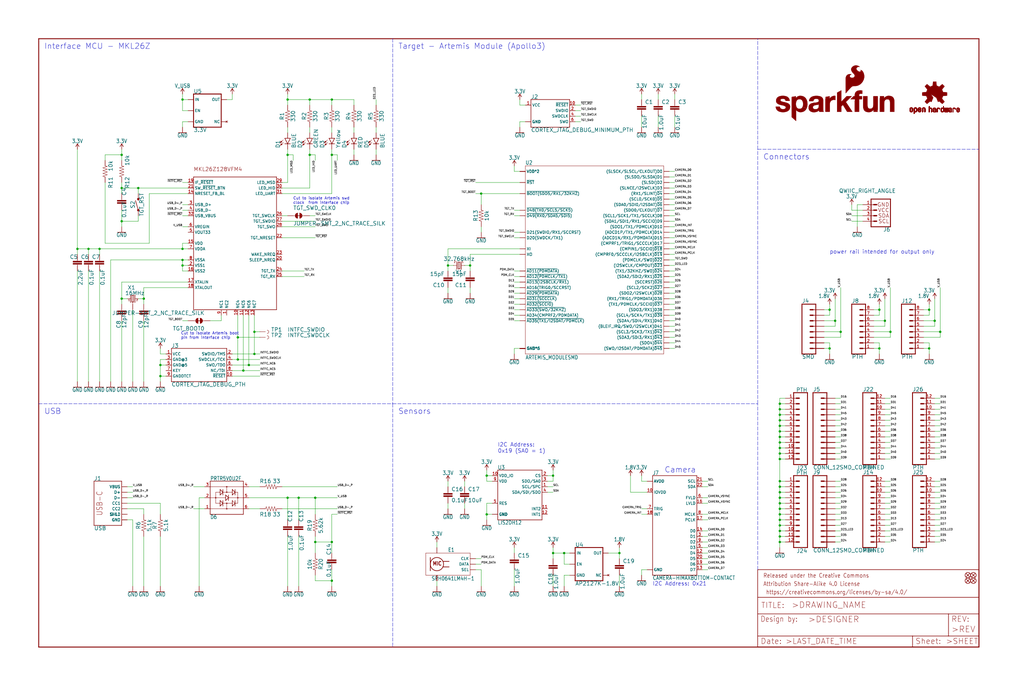
<source format=kicad_sch>
(kicad_sch (version 20211123) (generator eeschema)
  (paper "User" 470.306 317.906)
  (lib_symbols
    (symbol "eagleSchem-eagle-import:0.1UF-0603-25V-5%"
      (property "Reference" "C" (at 1.524 2.921 0))
      (property "Value" "0.1UF-0603-25V-5%" (at 1.524 -2.159 0))
      (symbol "0.1UF-0603-25V-5%_1_0"
        (pin passive line (at 0 5.08 270) (length 2.54) (name "1") (number "1"))
        (pin passive line (at 0 -2.54 90) (length 2.54) (name "2") (number "2"))
      )
    )
    (symbol "eagleSchem-eagle-import:1.0UF-0603-16V-10%"
      (property "Reference" "C" (at 1.524 2.921 0))
      (property "Value" "1.0UF-0603-16V-10%" (at 1.524 -2.159 0))
      (symbol "1.0UF-0603-16V-10%_1_0"
        (pin passive line (at 0 5.08 270) (length 2.54) (name "1") (number "1"))
        (pin passive line (at 0 -2.54 90) (length 2.54) (name "2") (number "2"))
      )
    )
    (symbol "eagleSchem-eagle-import:1.8V" (power)
      (property "Value" "1.8V" (at 0 2.794 0))
      (symbol "1.8V_1_0"
        (pin power_in line (at 0 0 90) (length 2.54) (name "1.8V") (number "1"))
      )
    )
    (symbol "eagleSchem-eagle-import:10KOHM-0603-1{slash}10W-1%"
      (property "Reference" "R" (at 0 1.524 0))
      (property "Value" "10KOHM-0603-1{slash}10W-1%" (at 0 -1.524 0))
      (symbol "10KOHM-0603-1{slash}10W-1%_1_0"
        (pin passive line (at -5.08 0 0) (length 2.54) (name "1") (number "1"))
        (pin passive line (at 5.08 0 180) (length 2.54) (name "2") (number "2"))
      )
    )
    (symbol "eagleSchem-eagle-import:10UF-0603-6.3V-20%"
      (property "Reference" "C" (at 1.524 2.921 0))
      (property "Value" "10UF-0603-6.3V-20%" (at 1.524 -2.159 0))
      (symbol "10UF-0603-6.3V-20%_1_0"
        (pin passive line (at 0 5.08 270) (length 2.54) (name "1") (number "1"))
        (pin passive line (at 0 -2.54 90) (length 2.54) (name "2") (number "2"))
      )
    )
    (symbol "eagleSchem-eagle-import:12PF-0603-50V-5%"
      (property "Reference" "C" (at 1.524 2.921 0))
      (property "Value" "12PF-0603-50V-5%" (at 1.524 -2.159 0))
      (symbol "12PF-0603-50V-5%_1_0"
        (pin passive line (at 0 5.08 270) (length 2.54) (name "1") (number "1"))
        (pin passive line (at 0 -2.54 90) (length 2.54) (name "2") (number "2"))
      )
    )
    (symbol "eagleSchem-eagle-import:15PF-0603-50V-5%"
      (property "Reference" "C" (at 1.524 2.921 0))
      (property "Value" "15PF-0603-50V-5%" (at 1.524 -2.159 0))
      (symbol "15PF-0603-50V-5%_1_0"
        (pin passive line (at 0 5.08 270) (length 2.54) (name "1") (number "1"))
        (pin passive line (at 0 -2.54 90) (length 2.54) (name "2") (number "2"))
      )
    )
    (symbol "eagleSchem-eagle-import:2.2UF-0603-10V-20%"
      (property "Reference" "C" (at 1.524 2.921 0))
      (property "Value" "2.2UF-0603-10V-20%" (at 1.524 -2.159 0))
      (symbol "2.2UF-0603-10V-20%_1_0"
        (pin passive line (at 0 5.08 270) (length 2.54) (name "1") (number "1"))
        (pin passive line (at 0 -2.54 90) (length 2.54) (name "2") (number "2"))
      )
    )
    (symbol "eagleSchem-eagle-import:3.3V" (power)
      (property "Value" "3.3V" (at 0 2.794 0))
      (symbol "3.3V_1_0"
        (pin power_in line (at 0 0 90) (length 2.54) (name "3.3V") (number "1"))
      )
    )
    (symbol "eagleSchem-eagle-import:330OHM-0603-1{slash}10W-1%"
      (property "Reference" "R" (at 0 1.524 0))
      (property "Value" "330OHM-0603-1{slash}10W-1%" (at 0 -1.524 0))
      (symbol "330OHM-0603-1{slash}10W-1%_1_0"
        (pin passive line (at -5.08 0 0) (length 2.54) (name "1") (number "1"))
        (pin passive line (at 5.08 0 180) (length 2.54) (name "2") (number "2"))
      )
    )
    (symbol "eagleSchem-eagle-import:33OHM-0603-1{slash}10W-1%"
      (property "Reference" "R" (at 0 1.524 0))
      (property "Value" "33OHM-0603-1{slash}10W-1%" (at 0 -1.524 0))
      (symbol "33OHM-0603-1{slash}10W-1%_1_0"
        (pin passive line (at -5.08 0 0) (length 2.54) (name "1") (number "1"))
        (pin passive line (at 5.08 0 180) (length 2.54) (name "2") (number "2"))
      )
    )
    (symbol "eagleSchem-eagle-import:5.1KOHM5.1KOHM-0603-1{slash}10W-1%"
      (property "Reference" "R" (at 0 1.524 0))
      (property "Value" "5.1KOHM5.1KOHM-0603-1{slash}10W-1%" (at 0 -1.524 0))
      (symbol "5.1KOHM5.1KOHM-0603-1{slash}10W-1%_1_0"
        (pin passive line (at -5.08 0 0) (length 2.54) (name "1") (number "1"))
        (pin passive line (at 5.08 0 180) (length 2.54) (name "2") (number "2"))
      )
    )
    (symbol "eagleSchem-eagle-import:5.62KOHM-0603-1{slash}10W-1%"
      (property "Reference" "R" (at 0 1.524 0))
      (property "Value" "5.62KOHM-0603-1{slash}10W-1%" (at 0 -1.524 0))
      (symbol "5.62KOHM-0603-1{slash}10W-1%_1_0"
        (pin passive line (at -5.08 0 0) (length 2.54) (name "1") (number "1"))
        (pin passive line (at 5.08 0 180) (length 2.54) (name "2") (number "2"))
      )
    )
    (symbol "eagleSchem-eagle-import:ARTEMIS_MODULESMD"
      (property "Reference" "U" (at -30.48 41.148 0))
      (property "Value" "ARTEMIS_MODULESMD" (at -30.48 -48.26 0))
      (symbol "ARTEMIS_MODULESMD_1_0"
        (pin bidirectional line (at -33.02 -15.24 0) (length 2.54) (name "AD16(TRIG0/SCCRST)") (number "AD16"))
        (pin bidirectional line (at -33.02 -27.94 0) (length 2.54) (name "AD34(CMPRF2/PDMDATA)") (number "AD34"))
        (pin bidirectional line (at -33.02 27.94 0) (length 2.54) (name "~{BOOT(SDO5/RX1/32KHZ})") (number "BOOT"))
        (pin bidirectional line (at 35.56 38.1 180) (length 2.54) (name "(SLSCK/SLSCL/CLKOUT)D0") (number "D0"))
        (pin bidirectional line (at 35.56 35.56 180) (length 2.54) (name "(SLSDO/SLSDA)D1") (number "D1"))
        (pin bidirectional line (at 35.56 12.7 180) (length 2.54) (name "(SDO1/TX1/PDMCLK)D10") (number "D10"))
        (pin bidirectional line (at 35.56 10.16 180) (length 2.54) (name "(ADCD1P/TX1/PDMCLK)D14") (number "D14"))
        (pin bidirectional line (at 35.56 7.62 180) (length 2.54) (name "(ADCD1N/RX1/PDMDATA)D15") (number "D15"))
        (pin bidirectional line (at 35.56 5.08 180) (length 2.54) (name "(CMPRF1/TRIG1/SCCCLK)D17") (number "D17"))
        (pin bidirectional line (at 35.56 33.02 180) (length 2.54) (name "(SLSDI)D2") (number "D2"))
        (pin bidirectional line (at 35.56 30.48 180) (length 2.54) (name "(SLNCE/I2SWCLK)D3") (number "D3"))
        (pin bidirectional line (at 35.56 -20.32 180) (length 2.54) (name "(RX1/TRIG1/PDMDATA)D36") (number "D36"))
        (pin bidirectional line (at 35.56 -25.4 180) (length 2.54) (name "(SDO3/RX1)D38") (number "D38"))
        (pin bidirectional line (at 35.56 -30.48 180) (length 2.54) (name "(SDA4/SDI4/RX1)D40") (number "D40"))
        (pin bidirectional line (at 35.56 -33.02 180) (length 2.54) (name "(BLEIF_IRQ/SWO/I2SWCLK)D41") (number "D41"))
        (pin bidirectional line (at 35.56 20.32 180) (length 2.54) (name "(SDO0/CLKOUT)~{D7}") (number "D7"))
        (pin bidirectional line (at 35.56 17.78 180) (length 2.54) (name "(SCL1/SCK1/TX1/SCCLK)D8") (number "D8"))
        (pin bidirectional line (at 35.56 15.24 180) (length 2.54) (name "(SDA1/SDI1/RX1/SCCIO)D9") (number "D9"))
        (pin bidirectional line (at -33.02 -43.18 0) (length 2.54) (name "GND*6") (number "GND@1"))
        (pin bidirectional line (at -33.02 -43.18 0) (length 2.54) (name "GND*6") (number "GND@22"))
        (pin bidirectional line (at -33.02 -43.18 0) (length 2.54) (name "GND*6") (number "GND@38"))
        (pin bidirectional line (at -33.02 -43.18 0) (length 2.54) (name "GND*6") (number "GND@39"))
        (pin bidirectional line (at -33.02 -43.18 0) (length 2.54) (name "GND*6") (number "GND@47"))
        (pin bidirectional line (at -33.02 -43.18 0) (length 2.54) (name "GND*6") (number "GND@59"))
        (pin bidirectional line (at -33.02 17.78 0) (length 2.54) (name "~{D49(RX0/SDA5/SDI5})") (number "RXI-0"))
        (pin bidirectional line (at -33.02 7.62 0) (length 2.54) (name "D20(SWDCK/TX1)") (number "SWDCK"))
        (pin bidirectional line (at -33.02 10.16 0) (length 2.54) (name "D21(SWDIO/RX1/SCCRST)") (number "SWDIO"))
        (pin bidirectional line (at -33.02 20.32 0) (length 2.54) (name "~{D48(TX0/SCL5/SCK5})") (number "TXO-0"))
        (pin bidirectional line (at -33.02 38.1 0) (length 2.54) (name "VDD*2") (number "VDD@36"))
        (pin bidirectional line (at -33.02 38.1 0) (length 2.54) (name "VDD*2") (number "VDD@37"))
        (pin bidirectional line (at -33.02 2.54 0) (length 2.54) (name "XI") (number "XI"))
        (pin bidirectional line (at -33.02 0 0) (length 2.54) (name "XO") (number "XO"))
        (pin bidirectional line (at -33.02 -7.62 0) (length 2.54) (name "~{AD11(PDMDATA})") (number "~AD11"))
        (pin bidirectional line (at -33.02 -10.16 0) (length 2.54) (name "~{AD12(PDMCLK/TX1})") (number "~AD12"))
        (pin bidirectional line (at -33.02 -12.7 0) (length 2.54) (name "~{AD13(I2SBCLK/RX1})") (number "~AD13"))
        (pin bidirectional line (at -33.02 -17.78 0) (length 2.54) (name "~{AD29(PDMDATA})") (number "~AD29"))
        (pin bidirectional line (at -33.02 -20.32 0) (length 2.54) (name "~{AD31(SCCCLK})") (number "~AD31"))
        (pin bidirectional line (at -33.02 -22.86 0) (length 2.54) (name "~{AD32(SCCIO})") (number "~AD32"))
        (pin bidirectional line (at -33.02 -25.4 0) (length 2.54) (name "~{AD33(SWO/32KHZ})") (number "~AD33/SWO"))
        (pin bidirectional line (at -33.02 -30.48 0) (length 2.54) (name "~{AD35(TX1/I2SDAT/PDMCLK})") (number "~AD35"))
        (pin bidirectional line (at 35.56 2.54 180) (length 2.54) (name "(CMPIN1/SCCIO)~{D18}") (number "~D18"))
        (pin bidirectional line (at 35.56 0 180) (length 2.54) (name "(CMPRF0/SCCCLK/I2SBCLK)~{D19}") (number "~D19"))
        (pin bidirectional line (at 35.56 -2.54 180) (length 2.54) (name "(PDMCLK/SWO)~{D22}") (number "~D22"))
        (pin bidirectional line (at 35.56 -5.08 180) (length 2.54) (name "(I2SWCLK/CMPOUT)~{D23}") (number "~D23"))
        (pin bidirectional line (at 35.56 -7.62 180) (length 2.54) (name "(TX1/32KHZ/SWO)~{D24}") (number "~D24"))
        (pin bidirectional line (at 35.56 -10.16 180) (length 2.54) (name "(SDA2/SDI2/RX1)~{D25}") (number "~D25"))
        (pin bidirectional line (at 35.56 -12.7 180) (length 2.54) (name "(SCCRST)~{D26}") (number "~D26"))
        (pin bidirectional line (at 35.56 -15.24 180) (length 2.54) (name "(SCL2/SCK2)~{D27}") (number "~D27"))
        (pin bidirectional line (at 35.56 -17.78 180) (length 2.54) (name "(SDO2/I2SWCLK)~{D28}") (number "~D28"))
        (pin bidirectional line (at 35.56 -22.86 180) (length 2.54) (name "(TX1/PDMCLK/SCCIO)~{D37}") (number "~D37"))
        (pin bidirectional line (at 35.56 -27.94 180) (length 2.54) (name "(SCL4/SCK4/TX1)~{D39}") (number "~D39"))
        (pin bidirectional line (at 35.56 27.94 180) (length 2.54) (name "(RX1/SLINT)~{D4}") (number "~D4"))
        (pin bidirectional line (at 35.56 -35.56 180) (length 2.54) (name "(SCL3/SCK3/TX1)~{D42}") (number "~D42"))
        (pin bidirectional line (at 35.56 -38.1 180) (length 2.54) (name "(SDA3/SDI3/RX1)~{D43}") (number "~D43"))
        (pin bidirectional line (at 35.56 -40.64 180) (length 2.54) (name "(SDO4)~{D44}") (number "~D44"))
        (pin bidirectional line (at 35.56 -43.18 180) (length 2.54) (name "(SWO/I2SDAT/PDMDATA)~{D45}") (number "~D45"))
        (pin bidirectional line (at 35.56 25.4 180) (length 2.54) (name "(SCL0/SCK0)~{D5}") (number "~D5"))
        (pin bidirectional line (at 35.56 22.86 180) (length 2.54) (name "(SDA0/SDI0/I2SDAT)~{D6}") (number "~D6"))
        (pin bidirectional line (at -33.02 33.02 0) (length 2.54) (name "~{RST}") (number "~RST"))
      )
    )
    (symbol "eagleSchem-eagle-import:CAMERA-HIMAXBOTTOM-CONTACT"
      (property "Reference" "J" (at -10.16 23.114 0))
      (property "Value" "CAMERA-HIMAXBOTTOM-CONTACT" (at -10.16 -23.114 0))
      (symbol "CAMERA-HIMAXBOTTOM-CONTACT_1_0"
        (pin bidirectional line (at -12.7 15.24 0) (length 2.54) (name "IOVDD") (number "10"))
        (pin bidirectional line (at -12.7 20.32 0) (length 2.54) (name "AVDD") (number "11"))
        (pin bidirectional line (at 12.7 -12.7 180) (length 2.54) (name "D4") (number "12"))
        (pin bidirectional line (at 12.7 -20.32 180) (length 2.54) (name "D7") (number "13"))
        (pin bidirectional line (at 12.7 -2.54 180) (length 2.54) (name "D0") (number "14"))
        (pin bidirectional line (at -12.7 -20.32 0) (length 2.54) (name "GND") (number "15"))
        (pin bidirectional line (at 12.7 10.16 180) (length 2.54) (name "LVLD") (number "16"))
        (pin bidirectional line (at 12.7 2.54 180) (length 2.54) (name "PCLK") (number "17"))
        (pin bidirectional line (at -12.7 5.08 0) (length 2.54) (name "INT") (number "18"))
        (pin bidirectional line (at 12.7 -17.78 180) (length 2.54) (name "D6") (number "19"))
        (pin bidirectional line (at -12.7 -20.32 0) (length 2.54) (name "GND") (number "2"))
        (pin bidirectional line (at 12.7 -15.24 180) (length 2.54) (name "D5") (number "20"))
        (pin bidirectional line (at 12.7 20.32 180) (length 2.54) (name "SCL") (number "21"))
        (pin bidirectional line (at 12.7 17.78 180) (length 2.54) (name "SDA") (number "22"))
        (pin bidirectional line (at 12.7 -5.08 180) (length 2.54) (name "D1") (number "3"))
        (pin bidirectional line (at -12.7 20.32 0) (length 2.54) (name "AVDD") (number "4"))
        (pin bidirectional line (at 12.7 -10.16 180) (length 2.54) (name "D3") (number "5"))
        (pin bidirectional line (at 12.7 12.7 180) (length 2.54) (name "FVLD") (number "6"))
        (pin bidirectional line (at -12.7 7.62 0) (length 2.54) (name "TRIG") (number "7"))
        (pin bidirectional line (at 12.7 5.08 180) (length 2.54) (name "MCLK") (number "8"))
        (pin bidirectional line (at 12.7 -7.62 180) (length 2.54) (name "D2") (number "9"))
        (pin bidirectional line (at -2.54 -22.86 0) (length 0) (name "MNT1") (number "MNT1@0"))
        (pin bidirectional line (at -2.54 -22.86 0) (length 0) (name "MNT1") (number "MNT1@1"))
        (pin bidirectional line (at 2.54 -22.86 0) (length 0) (name "MNT2") (number "MNT2@0"))
        (pin bidirectional line (at 2.54 -22.86 0) (length 0) (name "MNT2") (number "MNT2@1"))
      )
    )
    (symbol "eagleSchem-eagle-import:CONN_08NO_SILK_DNP"
      (property "Reference" "J" (at -5.08 13.208 0))
      (property "Value" "CONN_08NO_SILK_DNP" (at -5.08 -12.446 0))
      (symbol "CONN_08NO_SILK_DNP_1_0"
        (pin passive line (at 5.08 -7.62 180) (length 5.08) (name "1") (number "1"))
        (pin passive line (at 5.08 -5.08 180) (length 5.08) (name "2") (number "2"))
        (pin passive line (at 5.08 -2.54 180) (length 5.08) (name "3") (number "3"))
        (pin passive line (at 5.08 0 180) (length 5.08) (name "4") (number "4"))
        (pin passive line (at 5.08 2.54 180) (length 5.08) (name "5") (number "5"))
        (pin passive line (at 5.08 5.08 180) (length 5.08) (name "6") (number "6"))
        (pin passive line (at 5.08 7.62 180) (length 5.08) (name "7") (number "7"))
        (pin passive line (at 5.08 10.16 180) (length 5.08) (name "8") (number "8"))
      )
    )
    (symbol "eagleSchem-eagle-import:CONN_08SMD-COMBO-FEMALE"
      (property "Reference" "J" (at -5.08 13.208 0))
      (property "Value" "CONN_08SMD-COMBO-FEMALE" (at -5.08 -12.446 0))
      (symbol "CONN_08SMD-COMBO-FEMALE_1_0"
        (pin passive line (at 5.08 -7.62 180) (length 5.08) (name "1") (number "1"))
        (pin passive line (at 5.08 -7.62 180) (length 5.08) (name "1") (number "1@2"))
        (pin passive line (at 5.08 -5.08 180) (length 5.08) (name "2") (number "2"))
        (pin passive line (at 5.08 -5.08 180) (length 5.08) (name "2") (number "2@2"))
        (pin passive line (at 5.08 -2.54 180) (length 5.08) (name "3") (number "3"))
        (pin passive line (at 5.08 -2.54 180) (length 5.08) (name "3") (number "3@2"))
        (pin passive line (at 5.08 0 180) (length 5.08) (name "4") (number "4"))
        (pin passive line (at 5.08 0 180) (length 5.08) (name "4") (number "4@2"))
        (pin passive line (at 5.08 2.54 180) (length 5.08) (name "5") (number "5"))
        (pin passive line (at 5.08 2.54 180) (length 5.08) (name "5") (number "5@2"))
        (pin passive line (at 5.08 5.08 180) (length 5.08) (name "6") (number "6"))
        (pin passive line (at 5.08 5.08 180) (length 5.08) (name "6") (number "6@2"))
        (pin passive line (at 5.08 7.62 180) (length 5.08) (name "7") (number "7"))
        (pin passive line (at 5.08 7.62 180) (length 5.08) (name "7") (number "7@2"))
        (pin passive line (at 5.08 10.16 180) (length 5.08) (name "8") (number "8"))
        (pin passive line (at 5.08 10.16 180) (length 5.08) (name "8") (number "8@2"))
      )
    )
    (symbol "eagleSchem-eagle-import:CONN_12NO_SILK"
      (property "Reference" "J" (at 0 15.748 0))
      (property "Value" "CONN_12NO_SILK" (at 0 -20.066 0))
      (symbol "CONN_12NO_SILK_1_0"
        (pin passive line (at 10.16 -15.24 180) (length 5.08) (name "1") (number "1"))
        (pin passive line (at 10.16 7.62 180) (length 5.08) (name "10") (number "10"))
        (pin passive line (at 10.16 10.16 180) (length 5.08) (name "11") (number "11"))
        (pin passive line (at 10.16 12.7 180) (length 5.08) (name "12") (number "12"))
        (pin passive line (at 10.16 -12.7 180) (length 5.08) (name "2") (number "2"))
        (pin passive line (at 10.16 -10.16 180) (length 5.08) (name "3") (number "3"))
        (pin passive line (at 10.16 -7.62 180) (length 5.08) (name "4") (number "4"))
        (pin passive line (at 10.16 -5.08 180) (length 5.08) (name "5") (number "5"))
        (pin passive line (at 10.16 -2.54 180) (length 5.08) (name "6") (number "6"))
        (pin passive line (at 10.16 0 180) (length 5.08) (name "7") (number "7"))
        (pin passive line (at 10.16 2.54 180) (length 5.08) (name "8") (number "8"))
        (pin passive line (at 10.16 5.08 180) (length 5.08) (name "9") (number "9"))
      )
    )
    (symbol "eagleSchem-eagle-import:CONN_12SMD_COMBINED"
      (property "Reference" "J" (at 0 15.748 0))
      (property "Value" "CONN_12SMD_COMBINED" (at 0 -20.066 0))
      (symbol "CONN_12SMD_COMBINED_1_0"
        (pin passive line (at 10.16 -15.24 180) (length 5.08) (name "1") (number "1"))
        (pin passive line (at 10.16 7.62 180) (length 5.08) (name "10") (number "10"))
        (pin passive line (at 10.16 7.62 180) (length 5.08) (name "10") (number "10@2"))
        (pin passive line (at 10.16 10.16 180) (length 5.08) (name "11") (number "11"))
        (pin passive line (at 10.16 10.16 180) (length 5.08) (name "11") (number "11@2"))
        (pin passive line (at 10.16 12.7 180) (length 5.08) (name "12") (number "12"))
        (pin passive line (at 10.16 12.7 180) (length 5.08) (name "12") (number "12@2"))
        (pin passive line (at 10.16 -15.24 180) (length 5.08) (name "1") (number "1@2"))
        (pin passive line (at 10.16 -12.7 180) (length 5.08) (name "2") (number "2"))
        (pin passive line (at 10.16 -12.7 180) (length 5.08) (name "2") (number "2@2"))
        (pin passive line (at 10.16 -10.16 180) (length 5.08) (name "3") (number "3"))
        (pin passive line (at 10.16 -10.16 180) (length 5.08) (name "3") (number "3@2"))
        (pin passive line (at 10.16 -7.62 180) (length 5.08) (name "4") (number "4"))
        (pin passive line (at 10.16 -7.62 180) (length 5.08) (name "4") (number "4@2"))
        (pin passive line (at 10.16 -5.08 180) (length 5.08) (name "5") (number "5"))
        (pin passive line (at 10.16 -5.08 180) (length 5.08) (name "5") (number "5@2"))
        (pin passive line (at 10.16 -2.54 180) (length 5.08) (name "6") (number "6"))
        (pin passive line (at 10.16 -2.54 180) (length 5.08) (name "6") (number "6@2"))
        (pin passive line (at 10.16 0 180) (length 5.08) (name "7") (number "7"))
        (pin passive line (at 10.16 0 180) (length 5.08) (name "7") (number "7@2"))
        (pin passive line (at 10.16 2.54 180) (length 5.08) (name "8") (number "8"))
        (pin passive line (at 10.16 2.54 180) (length 5.08) (name "8") (number "8@2"))
        (pin passive line (at 10.16 5.08 180) (length 5.08) (name "9") (number "9"))
        (pin passive line (at 10.16 5.08 180) (length 5.08) (name "9") (number "9@2"))
      )
    )
    (symbol "eagleSchem-eagle-import:CORTEX_JTAG_DEBUG_MINIMUM_PTH"
      (property "Reference" "J" (at -10.16 7.874 0))
      (property "Value" "CORTEX_JTAG_DEBUG_MINIMUM_PTH" (at -10.16 -7.366 0))
      (symbol "CORTEX_JTAG_DEBUG_MINIMUM_PTH_1_0"
        (pin bidirectional line (at -12.7 5.08 0) (length 2.54) (name "VCC") (number "1"))
        (pin bidirectional line (at 10.16 5.08 180) (length 2.54) (name "~{RESET}") (number "10"))
        (pin bidirectional line (at 10.16 2.54 180) (length 2.54) (name "SWDIO") (number "2"))
        (pin bidirectional line (at -12.7 -2.54 0) (length 2.54) (name "GND") (number "3"))
        (pin bidirectional line (at 10.16 0 180) (length 2.54) (name "SWDCLK") (number "4"))
        (pin bidirectional line (at -12.7 -2.54 0) (length 2.54) (name "GND") (number "5"))
        (pin bidirectional line (at 10.16 -2.54 180) (length 2.54) (name "SWO") (number "6"))
        (pin bidirectional line (at -12.7 -2.54 0) (length 2.54) (name "GND") (number "9"))
      )
    )
    (symbol "eagleSchem-eagle-import:CORTEX_JTAG_DEBUG_PTH"
      (property "Reference" "J" (at -12.7 7.874 0))
      (property "Value" "CORTEX_JTAG_DEBUG_PTH" (at -12.7 -9.906 0))
      (symbol "CORTEX_JTAG_DEBUG_PTH_1_0"
        (pin bidirectional line (at -15.24 5.08 0) (length 2.54) (name "VCC") (number "1"))
        (pin bidirectional line (at 15.24 -5.08 180) (length 2.54) (name "~{RESET}") (number "10"))
        (pin bidirectional line (at 15.24 5.08 180) (length 2.54) (name "SWDIO/TMS") (number "2"))
        (pin bidirectional line (at -15.24 2.54 0) (length 2.54) (name "GND@3") (number "3"))
        (pin bidirectional line (at 15.24 2.54 180) (length 2.54) (name "SWDCLK/TCK") (number "4"))
        (pin bidirectional line (at -15.24 0 0) (length 2.54) (name "GND@5") (number "5"))
        (pin bidirectional line (at 15.24 0 180) (length 2.54) (name "SWO/TDO") (number "6"))
        (pin bidirectional line (at -15.24 -2.54 0) (length 2.54) (name "KEY") (number "7"))
        (pin bidirectional line (at 15.24 -2.54 180) (length 2.54) (name "NC/TDI") (number "8"))
        (pin bidirectional line (at -15.24 -5.08 0) (length 2.54) (name "GNDDTCT") (number "9"))
      )
    )
    (symbol "eagleSchem-eagle-import:CRYSTAL-16MHZ_SMALL"
      (property "Reference" "Y" (at -1.27 -1.524 0))
      (property "Value" "CRYSTAL-16MHZ_SMALL" (at 1.524 -1.524 0))
      (symbol "CRYSTAL-16MHZ_SMALL_1_0"
        (text "1" (at -2.159 -1.143 0) (effects (font (size 0.8636 0.734)) (justify left bottom)))
        (text "2" (at 1.524 -1.143 0) (effects (font (size 0.8636 0.734)) (justify left bottom)))
        (pin passive line (at -2.54 0 0) (length 0) (name "1") (number "P1"))
        (pin power_in line (at 0 -5.08 90) (length 2.54) (name "GND") (number "P2"))
        (pin passive line (at 2.54 0 180) (length 0) (name "2") (number "P3"))
        (pin power_in line (at 0 -5.08 90) (length 2.54) (name "GND") (number "P4"))
      )
    )
    (symbol "eagleSchem-eagle-import:CRYSTAL-32.768KHZSMD-3.2X1.5"
      (property "Reference" "Y" (at 0 2.032 0))
      (property "Value" "CRYSTAL-32.768KHZSMD-3.2X1.5" (at 0 -2.032 0))
      (symbol "CRYSTAL-32.768KHZSMD-3.2X1.5_1_0"
        (text "1" (at -2.159 -1.143 0) (effects (font (size 0.8636 0.734)) (justify left bottom)))
        (text "2" (at 1.524 -1.143 0) (effects (font (size 0.8636 0.734)) (justify left bottom)))
        (pin passive line (at -2.54 0 0) (length 0) (name "1") (number "P$1"))
        (pin passive line (at 2.54 0 180) (length 0) (name "2") (number "P$2"))
      )
    )
    (symbol "eagleSchem-eagle-import:DAPLINK_KL26Z128VFM4"
      (symbol "DAPLINK_KL26Z128VFM4_1_0"
        (text "MKL26Z128VFM4" (at -17.78 30.48 0) (effects (font (size 1.778 1.778)) (justify left bottom)))
        (pin bidirectional line (at -2.54 -35.56 90) (length 2.54) (name "NC2") (number "1"))
        (pin bidirectional line (at 2.54 -35.56 90) (length 2.54) (name "NC4") (number "10"))
        (pin bidirectional line (at 5.08 -35.56 90) (length 2.54) (name "NC5") (number "11"))
        (pin bidirectional line (at 7.62 -35.56 90) (length 2.54) (name "NC6") (number "12"))
        (pin bidirectional line (at 10.16 -35.56 90) (length 2.54) (name "NC7") (number "13"))
        (pin bidirectional line (at -20.32 20.32 0) (length 2.54) (name "NRESET_FB_BL") (number "14"))
        (pin bidirectional line (at -20.32 -2.54 0) (length 2.54) (name "VDD") (number "15"))
        (pin bidirectional line (at -20.32 -15.24 0) (length 2.54) (name "VSS2") (number "16"))
        (pin bidirectional line (at -20.32 -20.32 0) (length 2.54) (name "XTALIN") (number "17"))
        (pin bidirectional line (at -20.32 -22.86 0) (length 2.54) (name "XTALOUT") (number "18"))
        (pin bidirectional line (at -20.32 25.4 0) (length 2.54) (name "IF_~{RESET}") (number "19"))
        (pin bidirectional line (at -20.32 -12.7 0) (length 2.54) (name "VSS1") (number "2"))
        (pin bidirectional line (at 22.86 -10.16 180) (length 2.54) (name "SLEEP_NREQ") (number "20"))
        (pin bidirectional line (at -20.32 22.86 0) (length 2.54) (name "SW_~{RESET}_BTN") (number "21"))
        (pin bidirectional line (at 22.86 0 180) (length 2.54) (name "TGT_NRESET") (number "22"))
        (pin bidirectional line (at 22.86 -7.62 180) (length 2.54) (name "WAKE_NREQ") (number "23"))
        (pin bidirectional line (at 22.86 -15.24 180) (length 2.54) (name "TGT_TX") (number "24"))
        (pin bidirectional line (at 22.86 -17.78 180) (length 2.54) (name "TGT_RX") (number "25"))
        (pin bidirectional line (at 22.86 10.16 180) (length 2.54) (name "TGT_SWCLK") (number "26"))
        (pin bidirectional line (at 22.86 7.62 180) (length 2.54) (name "TGT_SWDIO") (number "27"))
        (pin bidirectional line (at 22.86 5.08 180) (length 2.54) (name "TGT_SWO") (number "28"))
        (pin bidirectional line (at 22.86 25.4 180) (length 2.54) (name "LED_MSD") (number "29"))
        (pin bidirectional line (at -20.32 15.24 0) (length 2.54) (name "USB_D+") (number "3"))
        (pin bidirectional line (at 22.86 22.86 180) (length 2.54) (name "LED_HID") (number "30"))
        (pin bidirectional line (at 22.86 20.32 180) (length 2.54) (name "LED_UART") (number "31"))
        (pin bidirectional line (at -20.32 10.16 0) (length 2.54) (name "USB_VBUS") (number "32"))
        (pin bidirectional line (at -20.32 12.7 0) (length 2.54) (name "USB_D-") (number "4"))
        (pin bidirectional line (at -20.32 2.54 0) (length 2.54) (name "VOUT33") (number "5"))
        (pin bidirectional line (at -20.32 5.08 0) (length 2.54) (name "VREGIN") (number "6"))
        (pin bidirectional line (at -20.32 -5.08 0) (length 2.54) (name "VDDA") (number "7"))
        (pin bidirectional line (at -20.32 -10.16 0) (length 2.54) (name "VSSA") (number "8"))
        (pin bidirectional line (at -5.08 -35.56 90) (length 2.54) (name "NC1") (number "9"))
      )
    )
    (symbol "eagleSchem-eagle-import:FIDUCIAL1X2")
    (symbol "eagleSchem-eagle-import:FRAME-LEDGER"
      (symbol "FRAME-LEDGER_2_0"
        (text " https://creativecommons.org/licenses/by-sa/4.0/" (at 2.54 24.13 0) (effects (font (size 1.9304 1.6408)) (justify left bottom)))
        (text ">DESIGNER" (at 23.114 11.176 0) (effects (font (size 2.7432 2.7432)) (justify left bottom)))
        (text ">DRAWING_NAME" (at 15.494 17.78 0) (effects (font (size 2.7432 2.7432)) (justify left bottom)))
        (text ">LAST_DATE_TIME" (at 12.7 1.27 0) (effects (font (size 2.54 2.54)) (justify left bottom)))
        (text ">REV" (at 88.9 6.604 0) (effects (font (size 2.7432 2.7432)) (justify left bottom)))
        (text ">SHEET" (at 86.36 1.27 0) (effects (font (size 2.54 2.54)) (justify left bottom)))
        (text "Attribution Share-Alike 4.0 License" (at 2.54 27.94 0) (effects (font (size 1.9304 1.6408)) (justify left bottom)))
        (text "Date:" (at 1.27 1.27 0) (effects (font (size 2.54 2.54)) (justify left bottom)))
        (text "Design by:" (at 1.27 11.43 0) (effects (font (size 2.54 2.159)) (justify left bottom)))
        (text "Released under the Creative Commons" (at 2.54 31.75 0) (effects (font (size 1.9304 1.6408)) (justify left bottom)))
        (text "REV:" (at 88.9 11.43 0) (effects (font (size 2.54 2.54)) (justify left bottom)))
        (text "Sheet:" (at 72.39 1.27 0) (effects (font (size 2.54 2.54)) (justify left bottom)))
        (text "TITLE:" (at 1.524 17.78 0) (effects (font (size 2.54 2.54)) (justify left bottom)))
      )
    )
    (symbol "eagleSchem-eagle-import:GND" (power)
      (property "Value" "GND" (at 0 -0.254 0))
      (symbol "GND_1_0"
        (pin power_in line (at 0 2.54 270) (length 2.54) (name "GND") (number "1"))
      )
    )
    (symbol "eagleSchem-eagle-import:JUMPER-SMT_2_NC_TRACE_SILK"
      (property "Reference" "JP" (at -2.54 2.54 0))
      (property "Value" "JUMPER-SMT_2_NC_TRACE_SILK" (at -2.54 -2.54 0))
      (symbol "JUMPER-SMT_2_NC_TRACE_SILK_1_0"
        (pin passive line (at -5.08 0 0) (length 2.54) (name "1") (number "1"))
        (pin passive line (at 5.08 0 180) (length 2.54) (name "2") (number "2"))
      )
    )
    (symbol "eagleSchem-eagle-import:LED-BLUE0603"
      (property "Reference" "D" (at -3.429 -4.572 90))
      (property "Value" "LED-BLUE0603" (at 1.905 -4.572 90))
      (symbol "LED-BLUE0603_1_0"
        (pin passive line (at 0 2.54 270) (length 2.54) (name "A") (number "A"))
        (pin passive line (at 0 -5.08 90) (length 2.54) (name "C") (number "C"))
      )
    )
    (symbol "eagleSchem-eagle-import:LED-GREEN0603"
      (property "Reference" "D" (at -3.429 -4.572 90))
      (property "Value" "LED-GREEN0603" (at 1.905 -4.572 90))
      (symbol "LED-GREEN0603_1_0"
        (pin passive line (at 0 2.54 270) (length 2.54) (name "A") (number "A"))
        (pin passive line (at 0 -5.08 90) (length 2.54) (name "C") (number "C"))
      )
    )
    (symbol "eagleSchem-eagle-import:LED-RED0603"
      (property "Reference" "D" (at -3.429 -4.572 90))
      (property "Value" "LED-RED0603" (at 1.905 -4.572 90))
      (symbol "LED-RED0603_1_0"
        (pin passive line (at 0 2.54 270) (length 2.54) (name "A") (number "A"))
        (pin passive line (at 0 -5.08 90) (length 2.54) (name "C") (number "C"))
      )
    )
    (symbol "eagleSchem-eagle-import:LED-YELLOW0603"
      (property "Reference" "D" (at -3.429 -4.572 90))
      (property "Value" "LED-YELLOW0603" (at 1.905 -4.572 90))
      (symbol "LED-YELLOW0603_1_0"
        (pin passive line (at 0 2.54 270) (length 2.54) (name "A") (number "A"))
        (pin passive line (at 0 -5.08 90) (length 2.54) (name "C") (number "C"))
      )
    )
    (symbol "eagleSchem-eagle-import:LIS2DH12"
      (property "Reference" "U" (at -10.16 12.954 0))
      (property "Value" "LIS2DH12" (at -10.16 -10.414 0))
      (symbol "LIS2DH12_1_0"
        (pin bidirectional line (at 12.7 5.08 180) (length 2.54) (name "SCL/SPC") (number "1"))
        (pin bidirectional line (at -12.7 10.16 0) (length 2.54) (name "VDD_IO") (number "10"))
        (pin bidirectional line (at 12.7 -5.08 180) (length 2.54) (name "INT2") (number "11"))
        (pin bidirectional line (at 12.7 -7.62 180) (length 2.54) (name "INT1") (number "12"))
        (pin bidirectional line (at 12.7 10.16 180) (length 2.54) (name "CS") (number "2"))
        (pin bidirectional line (at 12.7 7.62 180) (length 2.54) (name "SDO/SA0") (number "3"))
        (pin bidirectional line (at 12.7 2.54 180) (length 2.54) (name "SDA/SDI/SDO") (number "4"))
        (pin bidirectional line (at -12.7 -2.54 0) (length 2.54) (name "RES") (number "5"))
        (pin bidirectional line (at -12.7 -7.62 0) (length 2.54) (name "GND") (number "6"))
        (pin bidirectional line (at -12.7 -7.62 0) (length 2.54) (name "GND") (number "7"))
        (pin bidirectional line (at -12.7 -7.62 0) (length 2.54) (name "GND") (number "8"))
        (pin bidirectional line (at -12.7 7.62 0) (length 2.54) (name "VDD") (number "9"))
      )
    )
    (symbol "eagleSchem-eagle-import:MOMENTARY-SWITCH-SPST-SMD-5.2MM-TALL"
      (property "Reference" "S" (at 0 1.524 0))
      (property "Value" "MOMENTARY-SWITCH-SPST-SMD-5.2MM-TALL" (at 0 -0.508 0))
      (symbol "MOMENTARY-SWITCH-SPST-SMD-5.2MM-TALL_1_0"
        (pin passive line (at -5.08 0 0) (length 2.54) (name "1") (number "1"))
        (pin passive line (at 5.08 0 180) (length 2.54) (name "2") (number "3"))
      )
    )
    (symbol "eagleSchem-eagle-import:OSHW-LOGOS")
    (symbol "eagleSchem-eagle-import:PRTR5V0U2F"
      (property "Reference" "D" (at -7.62 7.874 0))
      (property "Value" "PRTR5V0U2F" (at -7.62 -7.874 0))
      (symbol "PRTR5V0U2F_1_0"
        (pin bidirectional line (at -10.16 5.08 0) (length 2.54) (name "1") (number "1"))
        (pin bidirectional line (at -10.16 0 0) (length 2.54) (name "2") (number "2"))
        (pin bidirectional line (at -10.16 -5.08 0) (length 2.54) (name "3") (number "3"))
        (pin bidirectional line (at 10.16 -5.08 180) (length 2.54) (name "4") (number "4"))
        (pin bidirectional line (at 10.16 0 180) (length 2.54) (name "5") (number "5"))
        (pin bidirectional line (at 10.16 5.08 180) (length 2.54) (name "6") (number "6"))
      )
    )
    (symbol "eagleSchem-eagle-import:QWIIC_CONNECTORJS-1MM"
      (property "Reference" "J" (at -5.08 7.874 0))
      (property "Value" "QWIIC_CONNECTORJS-1MM" (at -5.08 -5.334 0))
      (symbol "QWIIC_CONNECTORJS-1MM_1_0"
        (text "GND" (at -4.572 -2.54 0) (effects (font (size 1.778 1.778)) (justify left)))
        (text "SCL" (at -4.572 5.08 0) (effects (font (size 1.778 1.778)) (justify left)))
        (text "SDA" (at -4.572 2.54 0) (effects (font (size 1.778 1.778)) (justify left)))
        (text "VCC" (at -4.572 0 0) (effects (font (size 1.778 1.778)) (justify left)))
        (pin power_in line (at 7.62 -2.54 180) (length 5.08) (name "1") (number "1"))
        (pin power_in line (at 7.62 0 180) (length 5.08) (name "2") (number "2"))
        (pin passive line (at 7.62 2.54 180) (length 5.08) (name "3") (number "3"))
        (pin passive line (at 7.62 5.08 180) (length 5.08) (name "4") (number "4"))
      )
    )
    (symbol "eagleSchem-eagle-import:SFE_LOGO_NAME_FLAME.2_INCH")
    (symbol "eagleSchem-eagle-import:SPH0641LM4H-1_MICROPHONE"
      (property "Reference" "E" (at 1.524 6.604 0))
      (property "Value" "SPH0641LM4H-1_MICROPHONE" (at 2.286 -6.604 0))
      (symbol "SPH0641LM4H-1_MICROPHONE_1_0"
        (text "MIC" (at -7.112 -0.762 0) (effects (font (size 1.778 1.5113) (thickness 0.3023) bold) (justify left bottom)))
        (pin output line (at 12.7 0 180) (length 2.54) (name "DATA") (number "1"))
        (pin input line (at 12.7 -2.54 180) (length 2.54) (name "SEL") (number "2"))
        (pin power_in line (at -5.08 -7.62 90) (length 2.54) (name "GND") (number "3"))
        (pin input line (at 12.7 2.54 180) (length 2.54) (name "CLK") (number "4"))
        (pin power_in line (at -5.08 7.62 270) (length 2.54) (name "VDD") (number "5"))
        (pin power_in line (at -5.08 -7.62 90) (length 2.54) (name "GND") (number "6"))
        (pin power_in line (at -5.08 -7.62 90) (length 2.54) (name "GND") (number "7"))
        (pin power_in line (at -5.08 -7.62 90) (length 2.54) (name "GND") (number "8"))
      )
    )
    (symbol "eagleSchem-eagle-import:TEST-POINT3"
      (property "Reference" "TP" (at -2.54 2.54 0))
      (property "Value" "TEST-POINT3" (at -2.54 -2.54 0))
      (symbol "TEST-POINT3_1_0"
        (pin bidirectional line (at 0 0 180) (length 0) (name "1") (number "P$1"))
      )
    )
    (symbol "eagleSchem-eagle-import:USB_C_2-LAYER"
      (property "Reference" "J" (at -2.54 10.414 0))
      (property "Value" "USB_C_2-LAYER" (at -2.54 -12.446 0))
      (symbol "USB_C_2-LAYER_1_0"
        (text "USB-C" (at 0 0 900) (effects (font (size 2.54 2.159))))
        (pin bidirectional line (at 12.7 0 180) (length 2.54) (name "CC1") (number "A5"))
        (pin bidirectional line (at 12.7 5.08 180) (length 2.54) (name "D+") (number "A6"))
        (pin bidirectional line (at 12.7 2.54 180) (length 2.54) (name "D-") (number "A7"))
        (pin bidirectional line (at 12.7 -2.54 180) (length 2.54) (name "CC2") (number "B5"))
        (pin bidirectional line (at 12.7 5.08 180) (length 2.54) (name "D+") (number "B6"))
        (pin bidirectional line (at 12.7 2.54 180) (length 2.54) (name "D-") (number "B7"))
        (pin bidirectional line (at 12.7 -7.62 180) (length 2.54) (name "GND") (number "GND"))
        (pin bidirectional line (at 12.7 -7.62 180) (length 2.54) (name "GND") (number "GND2"))
        (pin bidirectional line (at 12.7 -5.08 180) (length 2.54) (name "SHLD") (number "SHLD1"))
        (pin bidirectional line (at 12.7 -5.08 180) (length 2.54) (name "SHLD") (number "SHLD2"))
        (pin bidirectional line (at 12.7 -5.08 180) (length 2.54) (name "SHLD") (number "SHLD3"))
        (pin bidirectional line (at 12.7 -5.08 180) (length 2.54) (name "SHLD") (number "SHLD4"))
        (pin bidirectional line (at 12.7 -5.08 180) (length 2.54) (name "SHLD") (number "SHLD5"))
        (pin bidirectional line (at 12.7 -5.08 180) (length 2.54) (name "SHLD") (number "SHLD6"))
        (pin bidirectional line (at 12.7 -5.08 180) (length 2.54) (name "SHLD") (number "SHLD7"))
        (pin bidirectional line (at 12.7 -5.08 180) (length 2.54) (name "SHLD") (number "SHLD8"))
        (pin bidirectional line (at 12.7 7.62 180) (length 2.54) (name "VBUS") (number "VBUS1"))
        (pin bidirectional line (at 12.7 7.62 180) (length 2.54) (name "VBUS") (number "VBUS2"))
      )
    )
    (symbol "eagleSchem-eagle-import:V_REG_AP2112K-3.3V"
      (property "Reference" "U" (at -7.62 7.874 0))
      (property "Value" "V_REG_AP2112K-3.3V" (at -7.62 -7.874 0))
      (symbol "V_REG_AP2112K-3.3V_1_0"
        (pin input line (at -10.16 5.08 0) (length 2.54) (name "IN") (number "1"))
        (pin input line (at -10.16 -5.08 0) (length 2.54) (name "GND") (number "2"))
        (pin input line (at -10.16 0 0) (length 2.54) (name "EN") (number "3"))
        (pin no_connect line (at 7.62 -5.08 180) (length 2.54) (name "NC") (number "4"))
        (pin passive line (at 7.62 5.08 180) (length 2.54) (name "OUT") (number "5"))
      )
    )
    (symbol "eagleSchem-eagle-import:V_REG_AP2127K-1.8V"
      (property "Reference" "U" (at -7.62 7.874 0))
      (property "Value" "V_REG_AP2127K-1.8V" (at -7.62 -7.874 0))
      (symbol "V_REG_AP2127K-1.8V_1_0"
        (pin input line (at -10.16 5.08 0) (length 2.54) (name "IN") (number "1"))
        (pin input line (at -10.16 -5.08 0) (length 2.54) (name "GND") (number "2"))
        (pin input line (at -10.16 0 0) (length 2.54) (name "EN") (number "3"))
        (pin no_connect line (at 7.62 -5.08 180) (length 2.54) (name "NC") (number "4"))
        (pin passive line (at 7.62 5.08 180) (length 2.54) (name "OUT") (number "5"))
      )
    )
    (symbol "eagleSchem-eagle-import:V_USB" (power)
      (property "Value" "V_USB" (at 0 2.794 0))
      (symbol "V_USB_1_0"
        (pin power_in line (at 0 0 90) (length 2.54) (name "V_USB") (number "1"))
      )
    )
  )
  (junction (at 358.14 198.12))
  (junction (at 142.24 71.12))
  (junction (at 73.66 172.72))
  (junction (at 358.14 187.96))
  (junction (at 116.84 162.56))
  (junction (at 152.4 266.7))
  (junction (at 83.82 121.92))
  (junction (at 152.4 248.92))
  (junction (at 142.24 45.72))
  (junction (at 45.72 114.3))
  (junction (at 144.78 248.92))
  (junction (at 358.14 205.74))
  (junction (at 55.88 137.16))
  (junction (at 132.08 45.72))
  (junction (at 383.54 147.32))
  (junction (at 137.16 228.6))
  (junction (at 66.04 137.16))
  (junction (at 381 142.24))
  (junction (at 408.94 152.4))
  (junction (at 114.3 167.64))
  (junction (at 426.72 142.24))
  (junction (at 406.4 147.32))
  (junction (at 426.72 160.02))
  (junction (at 358.14 231.14))
  (junction (at 358.14 203.2))
  (junction (at 152.4 71.12))
  (junction (at 55.88 86.36))
  (junction (at 259.08 254))
  (junction (at 284.48 254))
  (junction (at 132.08 71.12))
  (junction (at 403.86 160.02))
  (junction (at 381 160.02))
  (junction (at 358.14 243.84))
  (junction (at 254 254))
  (junction (at 111.76 170.18))
  (junction (at 109.22 165.1))
  (junction (at 358.14 200.66))
  (junction (at 358.14 210.82))
  (junction (at 205.74 121.92))
  (junction (at 358.14 195.58))
  (junction (at 35.56 114.3))
  (junction (at 358.14 220.98))
  (junction (at 403.86 142.24))
  (junction (at 358.14 246.38))
  (junction (at 215.9 121.92))
  (junction (at 109.22 154.94))
  (junction (at 152.4 45.72))
  (junction (at 358.14 208.28))
  (junction (at 40.64 114.3))
  (junction (at 55.88 71.12))
  (junction (at 431.8 152.4))
  (junction (at 83.82 119.38))
  (junction (at 223.52 236.22))
  (junction (at 358.14 226.06))
  (junction (at 223.52 218.44))
  (junction (at 358.14 233.68))
  (junction (at 83.82 114.3))
  (junction (at 358.14 241.3))
  (junction (at 55.88 101.6))
  (junction (at 220.98 88.9))
  (junction (at 358.14 236.22))
  (junction (at 358.14 193.04))
  (junction (at 144.78 228.6))
  (junction (at 358.14 228.6))
  (junction (at 386.08 152.4))
  (junction (at 358.14 190.5))
  (junction (at 73.66 167.64))
  (junction (at 358.14 185.42))
  (junction (at 63.5 86.36))
  (junction (at 254 218.44))
  (junction (at 358.14 248.92))
  (junction (at 132.08 228.6))
  (junction (at 116.84 152.4))
  (junction (at 429.26 147.32))
  (junction (at 358.14 238.76))
  (junction (at 358.14 223.52))
  (junction (at 83.82 45.72))
  (wire (pts (xy 60.96 142.24) (xy 60.96 175.26)))
  (wire (pts (xy 322.58 220.98) (xy 325.12 220.98)))
  (wire (pts (xy 73.66 246.38) (xy 73.66 269.24)))
  (wire (pts (xy 264.16 48.26) (xy 266.7 48.26)))
  (wire (pts (xy 408.94 231.14) (xy 406.4 231.14)))
  (wire (pts (xy 403.86 144.78) (xy 403.86 142.24)))
  (wire (pts (xy 322.58 254) (xy 325.12 254)))
  (wire (pts (xy 55.88 101.6) (xy 63.5 101.6)))
  (wire (pts (xy 431.8 187.96) (xy 429.26 187.96)))
  (wire (pts (xy 129.54 83.82) (xy 132.08 83.82)))
  (wire (pts (xy 309.88 137.16) (xy 307.34 137.16)))
  (wire (pts (xy 83.82 83.82) (xy 86.36 83.82)))
  (wire (pts (xy 45.72 116.84) (xy 45.72 114.3)))
  (wire (pts (xy 205.74 231.14) (xy 205.74 233.68)))
  (wire (pts (xy 83.82 50.8) (xy 83.82 45.72)))
  (wire (pts (xy 378.46 152.4) (xy 386.08 152.4)))
  (wire (pts (xy 360.68 220.98) (xy 358.14 220.98)))
  (wire (pts (xy 236.22 160.02) (xy 236.22 162.56)))
  (wire (pts (xy 406.4 149.86) (xy 406.4 147.32)))
  (wire (pts (xy 132.08 58.42) (xy 132.08 60.96)))
  (wire (pts (xy 116.84 162.56) (xy 116.84 152.4)))
  (wire (pts (xy 142.24 45.72) (xy 152.4 45.72)))
  (wire (pts (xy 386.08 185.42) (xy 383.54 185.42)))
  (wire (pts (xy 58.42 238.76) (xy 60.96 238.76)))
  (wire (pts (xy 93.98 228.6) (xy 91.44 228.6)))
  (wire (pts (xy 378.46 157.48) (xy 381 157.48)))
  (wire (pts (xy 358.14 198.12) (xy 358.14 200.66)))
  (wire (pts (xy 358.14 200.66) (xy 358.14 203.2)))
  (wire (pts (xy 111.76 170.18) (xy 106.68 170.18)))
  (wire (pts (xy 45.72 114.3) (xy 83.82 114.3)))
  (wire (pts (xy 119.38 162.56) (xy 116.84 162.56)))
  (wire (pts (xy 86.36 50.8) (xy 83.82 50.8)))
  (wire (pts (xy 35.56 68.58) (xy 35.56 114.3)))
  (wire (pts (xy 86.36 111.76) (xy 83.82 111.76)))
  (wire (pts (xy 109.22 165.1) (xy 106.68 165.1)))
  (wire (pts (xy 307.34 111.76) (xy 309.88 111.76)))
  (wire (pts (xy 83.82 124.46) (xy 83.82 121.92)))
  (wire (pts (xy 83.82 111.76) (xy 83.82 114.3)))
  (wire (pts (xy 386.08 200.66) (xy 383.54 200.66)))
  (wire (pts (xy 83.82 121.92) (xy 86.36 121.92)))
  (wire (pts (xy 386.08 187.96) (xy 383.54 187.96)))
  (wire (pts (xy 226.06 218.44) (xy 223.52 218.44)))
  (wire (pts (xy 236.22 106.68) (xy 238.76 106.68)))
  (wire (pts (xy 309.88 154.94) (xy 307.34 154.94)))
  (wire (pts (xy 408.94 228.6) (xy 406.4 228.6)))
  (wire (pts (xy 213.36 231.14) (xy 213.36 233.68)))
  (wire (pts (xy 309.88 134.62) (xy 307.34 134.62)))
  (wire (pts (xy 358.14 193.04) (xy 358.14 195.58)))
  (wire (pts (xy 76.2 162.56) (xy 73.66 162.56)))
  (wire (pts (xy 55.88 139.7) (xy 55.88 137.16)))
  (wire (pts (xy 358.14 241.3) (xy 358.14 243.84)))
  (wire (pts (xy 322.58 238.76) (xy 325.12 238.76)))
  (wire (pts (xy 251.46 226.06) (xy 254 226.06)))
  (wire (pts (xy 55.88 129.54) (xy 55.88 137.16)))
  (wire (pts (xy 424.18 154.94) (xy 431.8 154.94)))
  (wire (pts (xy 215.9 121.92) (xy 215.9 116.84)))
  (wire (pts (xy 358.14 205.74) (xy 358.14 208.28)))
  (wire (pts (xy 401.32 144.78) (xy 403.86 144.78)))
  (wire (pts (xy 152.4 58.42) (xy 152.4 60.96)))
  (wire (pts (xy 205.74 223.52) (xy 205.74 220.98)))
  (wire (pts (xy 403.86 157.48) (xy 403.86 160.02)))
  (wire (pts (xy 129.54 99.06) (xy 132.08 99.06)))
  (wire (pts (xy 215.9 132.08) (xy 215.9 134.62)))
  (wire (pts (xy 431.8 198.12) (xy 429.26 198.12)))
  (wire (pts (xy 360.68 231.14) (xy 358.14 231.14)))
  (wire (pts (xy 386.08 236.22) (xy 383.54 236.22)))
  (wire (pts (xy 378.46 147.32) (xy 383.54 147.32)))
  (wire (pts (xy 152.4 248.92) (xy 152.4 254)))
  (wire (pts (xy 104.14 45.72) (xy 106.68 45.72)))
  (wire (pts (xy 58.42 233.68) (xy 66.04 233.68)))
  (wire (pts (xy 86.36 104.14) (xy 83.82 104.14)))
  (wire (pts (xy 284.48 254) (xy 284.48 251.46)))
  (wire (pts (xy 152.4 71.12) (xy 152.4 68.58)))
  (wire (pts (xy 358.14 208.28) (xy 358.14 210.82)))
  (wire (pts (xy 254 269.24) (xy 254 264.16)))
  (wire (pts (xy 396.24 93.98) (xy 393.7 93.98)))
  (wire (pts (xy 408.94 243.84) (xy 406.4 243.84)))
  (wire (pts (xy 386.08 233.68) (xy 383.54 233.68)))
  (wire (pts (xy 309.88 157.48) (xy 307.34 157.48)))
  (wire (pts (xy 119.38 233.68) (xy 114.3 233.68)))
  (wire (pts (xy 309.88 53.34) (xy 309.88 58.42)))
  (wire (pts (xy 129.54 86.36) (xy 142.24 86.36)))
  (wire (pts (xy 408.94 208.28) (xy 406.4 208.28)))
  (wire (pts (xy 144.78 248.92) (xy 144.78 246.38)))
  (wire (pts (xy 322.58 231.14) (xy 325.12 231.14)))
  (wire (pts (xy 86.36 124.46) (xy 83.82 124.46)))
  (wire (pts (xy 68.58 111.76) (xy 68.58 88.9)))
  (wire (pts (xy 431.8 152.4) (xy 431.8 132.08)))
  (wire (pts (xy 358.14 246.38) (xy 358.14 248.92)))
  (wire (pts (xy 223.52 231.14) (xy 223.52 236.22)))
  (wire (pts (xy 119.38 152.4) (xy 116.84 152.4)))
  (wire (pts (xy 66.04 137.16) (xy 66.04 132.08)))
  (wire (pts (xy 322.58 236.22) (xy 325.12 236.22)))
  (wire (pts (xy 360.68 185.42) (xy 358.14 185.42)))
  (wire (pts (xy 236.22 261.62) (xy 236.22 269.24)))
  (wire (pts (xy 431.8 154.94) (xy 431.8 152.4)))
  (wire (pts (xy 360.68 208.28) (xy 358.14 208.28)))
  (wire (pts (xy 358.14 182.88) (xy 358.14 185.42)))
  (wire (pts (xy 266.7 53.34) (xy 264.16 53.34)))
  (wire (pts (xy 424.18 160.02) (xy 426.72 160.02)))
  (wire (pts (xy 48.26 73.66) (xy 48.26 71.12)))
  (wire (pts (xy 66.04 137.16) (xy 63.5 137.16)))
  (wire (pts (xy 358.14 187.96) (xy 358.14 190.5)))
  (wire (pts (xy 431.8 226.06) (xy 429.26 226.06)))
  (wire (pts (xy 55.88 71.12) (xy 48.26 71.12)))
  (wire (pts (xy 144.78 264.16) (xy 144.78 266.7)))
  (wire (pts (xy 142.24 48.26) (xy 142.24 45.72)))
  (wire (pts (xy 238.76 160.02) (xy 236.22 160.02)))
  (wire (pts (xy 391.16 101.6) (xy 396.24 101.6)))
  (wire (pts (xy 429.26 147.32) (xy 429.26 137.16)))
  (wire (pts (xy 134.62 71.12) (xy 132.08 71.12)))
  (wire (pts (xy 154.94 223.52) (xy 129.54 223.52)))
  (wire (pts (xy 218.44 259.08) (xy 220.98 259.08)))
  (wire (pts (xy 116.84 152.4) (xy 116.84 144.78)))
  (wire (pts (xy 309.88 147.32) (xy 307.34 147.32)))
  (wire (pts (xy 431.8 193.04) (xy 429.26 193.04)))
  (wire (pts (xy 309.88 129.54) (xy 307.34 129.54)))
  (wire (pts (xy 408.94 200.66) (xy 406.4 200.66)))
  (wire (pts (xy 45.72 124.46) (xy 45.72 175.26)))
  (wire (pts (xy 172.72 68.58) (xy 172.72 71.12)))
  (wire (pts (xy 360.68 190.5) (xy 358.14 190.5)))
  (wire (pts (xy 424.18 149.86) (xy 429.26 149.86)))
  (wire (pts (xy 408.94 190.5) (xy 406.4 190.5)))
  (wire (pts (xy 297.18 226.06) (xy 289.56 226.06)))
  (wire (pts (xy 66.04 233.68) (xy 66.04 236.22)))
  (wire (pts (xy 429.26 149.86) (xy 429.26 147.32)))
  (wire (pts (xy 55.88 86.36) (xy 63.5 86.36)))
  (wire (pts (xy 360.68 248.92) (xy 358.14 248.92)))
  (wire (pts (xy 101.6 147.32) (xy 96.52 147.32)))
  (wire (pts (xy 58.42 223.52) (xy 60.96 223.52)))
  (wire (pts (xy 426.72 160.02) (xy 426.72 162.56)))
  (wire (pts (xy 266.7 55.88) (xy 264.16 55.88)))
  (wire (pts (xy 152.4 261.62) (xy 152.4 266.7)))
  (wire (pts (xy 309.88 124.46) (xy 307.34 124.46)))
  (wire (pts (xy 309.88 91.44) (xy 307.34 91.44)))
  (wire (pts (xy 251.46 223.52) (xy 254 223.52)))
  (wire (pts (xy 137.16 228.6) (xy 132.08 228.6)))
  (wire (pts (xy 401.32 152.4) (xy 408.94 152.4)))
  (wire (pts (xy 408.94 193.04) (xy 406.4 193.04)))
  (wire (pts (xy 213.36 121.92) (xy 215.9 121.92)))
  (wire (pts (xy 309.88 142.24) (xy 307.34 142.24)))
  (wire (pts (xy 431.8 241.3) (xy 429.26 241.3)))
  (wire (pts (xy 142.24 71.12) (xy 142.24 68.58)))
  (wire (pts (xy 431.8 203.2) (xy 429.26 203.2)))
  (wire (pts (xy 154.94 233.68) (xy 129.54 233.68)))
  (wire (pts (xy 119.38 154.94) (xy 109.22 154.94)))
  (wire (pts (xy 86.36 129.54) (xy 55.88 129.54)))
  (wire (pts (xy 236.22 127) (xy 238.76 127)))
  (wire (pts (xy 40.64 114.3) (xy 45.72 114.3)))
  (wire (pts (xy 401.32 149.86) (xy 406.4 149.86)))
  (wire (pts (xy 401.32 147.32) (xy 406.4 147.32)))
  (wire (pts (xy 297.18 236.22) (xy 294.64 236.22)))
  (wire (pts (xy 360.68 241.3) (xy 358.14 241.3)))
  (wire (pts (xy 154.94 71.12) (xy 152.4 71.12)))
  (wire (pts (xy 132.08 238.76) (xy 132.08 228.6)))
  (wire (pts (xy 386.08 231.14) (xy 383.54 231.14)))
  (wire (pts (xy 58.42 226.06) (xy 60.96 226.06)))
  (wire (pts (xy 88.9 223.52) (xy 93.98 223.52)))
  (wire (pts (xy 302.26 53.34) (xy 302.26 58.42)))
  (wire (pts (xy 134.62 73.66) (xy 134.62 71.12)))
  (wire (pts (xy 114.3 167.64) (xy 106.68 167.64)))
  (wire (pts (xy 309.88 160.02) (xy 307.34 160.02)))
  (wire (pts (xy 307.34 93.98) (xy 309.88 93.98)))
  (wire (pts (xy 251.46 218.44) (xy 254 218.44)))
  (wire (pts (xy 40.64 175.26) (xy 40.64 124.46)))
  (wire (pts (xy 238.76 83.82) (xy 218.44 83.82)))
  (wire (pts (xy 215.9 116.84) (xy 238.76 116.84)))
  (wire (pts (xy 40.64 114.3) (xy 35.56 114.3)))
  (wire (pts (xy 431.8 223.52) (xy 429.26 223.52)))
  (wire (pts (xy 309.88 101.6) (xy 307.34 101.6)))
  (wire (pts (xy 309.88 127) (xy 307.34 127)))
  (wire (pts (xy 401.32 142.24) (xy 403.86 142.24)))
  (wire (pts (xy 360.68 210.82) (xy 358.14 210.82)))
  (wire (pts (xy 307.34 104.14) (xy 309.88 104.14)))
  (wire (pts (xy 309.88 144.78) (xy 307.34 144.78)))
  (wire (pts (xy 129.54 124.46) (xy 139.7 124.46)))
  (wire (pts (xy 431.8 200.66) (xy 429.26 200.66)))
  (wire (pts (xy 408.94 236.22) (xy 406.4 236.22)))
  (wire (pts (xy 119.38 223.52) (xy 114.3 223.52)))
  (wire (pts (xy 241.3 48.26) (xy 238.76 48.26)))
  (wire (pts (xy 322.58 246.38) (xy 325.12 246.38)))
  (wire (pts (xy 431.8 238.76) (xy 429.26 238.76)))
  (wire (pts (xy 60.96 238.76) (xy 60.96 269.24)))
  (wire (pts (xy 408.94 182.88) (xy 406.4 182.88)))
  (wire (pts (xy 386.08 241.3) (xy 383.54 241.3)))
  (wire (pts (xy 358.14 228.6) (xy 358.14 231.14)))
  (wire (pts (xy 289.56 226.06) (xy 289.56 218.44)))
  (wire (pts (xy 431.8 210.82) (xy 429.26 210.82)))
  (wire (pts (xy 426.72 144.78) (xy 426.72 142.24)))
  (wire (pts (xy 358.14 185.42) (xy 358.14 187.96)))
  (wire (pts (xy 86.36 99.06) (xy 83.82 99.06)))
  (wire (pts (xy 309.88 81.28) (xy 307.34 81.28)))
  (wire (pts (xy 119.38 167.64) (xy 114.3 167.64)))
  (wire (pts (xy 129.54 88.9) (xy 152.4 88.9)))
  (wire (pts (xy 132.08 83.82) (xy 132.08 71.12)))
  (wire (pts (xy 386.08 223.52) (xy 383.54 223.52)))
  (wire (pts (xy 424.18 144.78) (xy 426.72 144.78)))
  (wire (pts (xy 132.08 71.12) (xy 132.08 68.58)))
  (wire (pts (xy 408.94 220.98) (xy 406.4 220.98)))
  (wire (pts (xy 360.68 243.84) (xy 358.14 243.84)))
  (wire (pts (xy 309.88 88.9) (xy 307.34 88.9)))
  (wire (pts (xy 114.3 167.64) (xy 114.3 144.78)))
  (wire (pts (xy 406.4 147.32) (xy 406.4 137.16)))
  (wire (pts (xy 142.24 99.06) (xy 144.78 99.06)))
  (wire (pts (xy 386.08 243.84) (xy 383.54 243.84)))
  (wire (pts (xy 205.74 132.08) (xy 205.74 134.62)))
  (wire (pts (xy 142.24 58.42) (xy 142.24 60.96)))
  (wire (pts (xy 381 157.48) (xy 381 160.02)))
  (wire (pts (xy 144.78 266.7) (xy 152.4 266.7)))
  (wire (pts (xy 386.08 152.4) (xy 386.08 132.08)))
  (wire (pts (xy 236.22 129.54) (xy 238.76 129.54)))
  (wire (pts (xy 76.2 165.1) (xy 73.66 165.1)))
  (wire (pts (xy 139.7 127) (xy 129.54 127)))
  (wire (pts (xy 223.52 218.44) (xy 223.52 215.9)))
  (wire (pts (xy 66.04 139.7) (xy 66.04 137.16)))
  (wire (pts (xy 431.8 185.42) (xy 429.26 185.42)))
  (wire (pts (xy 309.88 99.06) (xy 307.34 99.06)))
  (wire (pts (xy 205.74 121.92) (xy 205.74 124.46)))
  (wire (pts (xy 223.52 220.98) (xy 223.52 218.44)))
  (wire (pts (xy 408.94 210.82) (xy 406.4 210.82)))
  (wire (pts (xy 424.18 142.24) (xy 426.72 142.24)))
  (wire (pts (xy 236.22 132.08) (xy 238.76 132.08)))
  (wire (pts (xy 393.7 93.98) (xy 393.7 104.14)))
  (wire (pts (xy 261.62 259.08) (xy 259.08 259.08)))
  (wire (pts (xy 358.14 236.22) (xy 358.14 238.76)))
  (wire (pts (xy 259.08 264.16) (xy 259.08 269.24)))
  (wire (pts (xy 378.46 144.78) (xy 381 144.78)))
  (wire (pts (xy 297.18 261.62) (xy 294.64 261.62)))
  (wire (pts (xy 386.08 228.6) (xy 383.54 228.6)))
  (wire (pts (xy 93.98 233.68) (xy 88.9 233.68)))
  (wire (pts (xy 309.88 121.92) (xy 307.34 121.92)))
  (wire (pts (xy 322.58 261.62) (xy 325.12 261.62)))
  (wire (pts (xy 386.08 182.88) (xy 383.54 182.88)))
  (wire (pts (xy 238.76 114.3) (xy 205.74 114.3)))
  (wire (pts (xy 132.08 48.26) (xy 132.08 45.72)))
  (wire (pts (xy 236.22 251.46) (xy 236.22 254)))
  (wire (pts (xy 73.66 167.64) (xy 73.66 172.72)))
  (polyline (pts (xy 180.34 185.42) (xy 347.98 185.42)))
  (wire (pts (xy 426.72 157.48) (xy 426.72 160.02)))
  (wire (pts (xy 91.44 228.6) (xy 91.44 269.24)))
  (wire (pts (xy 358.14 238.76) (xy 358.14 241.3)))
  (wire (pts (xy 106.68 45.72) (xy 106.68 43.18)))
  (wire (pts (xy 109.22 165.1) (xy 109.22 154.94)))
  (wire (pts (xy 236.22 144.78) (xy 238.76 144.78)))
  (wire (pts (xy 261.62 264.16) (xy 259.08 264.16)))
  (wire (pts (xy 408.94 187.96) (xy 406.4 187.96)))
  (wire (pts (xy 309.88 119.38) (xy 307.34 119.38)))
  (wire (pts (xy 73.66 172.72) (xy 73.66 175.26)))
  (wire (pts (xy 403.86 160.02) (xy 403.86 162.56)))
  (wire (pts (xy 254 254) (xy 254 256.54)))
  (wire (pts (xy 386.08 248.92) (xy 383.54 248.92)))
  (wire (pts (xy 162.56 68.58) (xy 162.56 71.12)))
  (wire (pts (xy 40.64 116.84) (xy 40.64 114.3)))
  (wire (pts (xy 119.38 172.72) (xy 106.68 172.72)))
  (wire (pts (xy 358.14 223.52) (xy 358.14 226.06)))
  (wire (pts (xy 154.94 236.22) (xy 152.4 236.22)))
  (wire (pts (xy 35.56 114.3) (xy 35.56 116.84)))
  (wire (pts (xy 132.08 45.72) (xy 142.24 45.72)))
  (wire (pts (xy 236.22 139.7) (xy 238.76 139.7)))
  (wire (pts (xy 431.8 248.92) (xy 429.26 248.92)))
  (wire (pts (xy 358.14 220.98) (xy 358.14 223.52)))
  (wire (pts (xy 386.08 154.94) (xy 386.08 152.4)))
  (wire (pts (xy 322.58 223.52) (xy 325.12 223.52)))
  (wire (pts (xy 360.68 246.38) (xy 358.14 246.38)))
  (wire (pts (xy 259.08 254) (xy 261.62 254)))
  (wire (pts (xy 144.78 73.66) (xy 144.78 71.12)))
  (wire (pts (xy 386.08 195.58) (xy 383.54 195.58)))
  (wire (pts (xy 309.88 149.86) (xy 307.34 149.86)))
  (wire (pts (xy 83.82 119.38) (xy 50.8 119.38)))
  (wire (pts (xy 309.88 78.74) (xy 307.34 78.74)))
  (wire (pts (xy 63.5 101.6) (xy 63.5 99.06)))
  (wire (pts (xy 322.58 243.84) (xy 325.12 243.84)))
  (wire (pts (xy 129.54 101.6) (xy 144.78 101.6)))
  (wire (pts (xy 309.88 152.4) (xy 307.34 152.4)))
  (wire (pts (xy 408.94 238.76) (xy 406.4 238.76)))
  (wire (pts (xy 144.78 228.6) (xy 144.78 236.22)))
  (wire (pts (xy 360.68 226.06) (xy 358.14 226.06)))
  (wire (pts (xy 236.22 76.2) (xy 236.22 78.74)))
  (wire (pts (xy 309.88 43.18) (xy 309.88 45.72)))
  (wire (pts (xy 152.4 266.7) (xy 152.4 269.24)))
  (wire (pts (xy 408.94 246.38) (xy 406.4 246.38)))
  (wire (pts (xy 220.98 106.68) (xy 220.98 104.14)))
  (wire (pts (xy 132.08 43.18) (xy 132.08 45.72)))
  (wire (pts (xy 50.8 119.38) (xy 50.8 175.26)))
  (wire (pts (xy 408.94 203.2) (xy 406.4 203.2)))
  (wire (pts (xy 55.88 104.14) (xy 55.88 101.6)))
  (wire (pts (xy 360.68 193.04) (xy 358.14 193.04)))
  (wire (pts (xy 215.9 124.46) (xy 215.9 121.92)))
  (wire (pts (xy 360.68 238.76) (xy 358.14 238.76)))
  (wire (pts (xy 226.06 236.22) (xy 223.52 236.22)))
  (wire (pts (xy 223.52 236.22) (xy 223.52 238.76)))
  (wire (pts (xy 309.88 132.08) (xy 307.34 132.08)))
  (wire (pts (xy 236.22 99.06) (xy 238.76 99.06)))
  (wire (pts (xy 200.66 248.92) (xy 200.66 251.46)))
  (wire (pts (xy 236.22 142.24) (xy 238.76 142.24)))
  (wire (pts (xy 144.78 248.92) (xy 144.78 254)))
  (wire (pts (xy 297.18 233.68) (xy 294.64 233.68)))
  (wire (pts (xy 238.76 78.74) (xy 236.22 78.74)))
  (wire (pts (xy 86.36 132.08) (xy 66.04 132.08)))
  (wire (pts (xy 114.3 228.6) (xy 132.08 228.6)))
  (wire (pts (xy 358.14 226.06) (xy 358.14 228.6)))
  (wire (pts (xy 76.2 167.64) (xy 73.66 167.64)))
  (wire (pts (xy 58.42 231.14) (xy 73.66 231.14)))
  (wire (pts (xy 431.8 195.58) (xy 429.26 195.58)))
  (wire (pts (xy 322.58 256.54) (xy 325.12 256.54)))
  (wire (pts (xy 83.82 114.3) (xy 86.36 114.3)))
  (wire (pts (xy 358.14 243.84) (xy 358.14 246.38)))
  (wire (pts (xy 431.8 208.28) (xy 429.26 208.28)))
  (wire (pts (xy 86.36 119.38) (xy 83.82 119.38)))
  (wire (pts (xy 396.24 96.52) (xy 391.16 96.52)))
  (wire (pts (xy 76.2 172.72) (xy 73.66 172.72)))
  (wire (pts (xy 358.14 203.2) (xy 358.14 205.74)))
  (wire (pts (xy 386.08 210.82) (xy 383.54 210.82)))
  (wire (pts (xy 294.64 220.98) (xy 294.64 218.44)))
  (wire (pts (xy 431.8 236.22) (xy 429.26 236.22)))
  (wire (pts (xy 236.22 134.62) (xy 238.76 134.62)))
  (wire (pts (xy 358.14 210.82) (xy 358.14 220.98)))
  (wire (pts (xy 360.68 233.68) (xy 358.14 233.68)))
  (wire (pts (xy 386.08 205.74) (xy 383.54 205.74)))
  (wire (pts (xy 424.18 152.4) (xy 431.8 152.4)))
  (wire (pts (xy 137.16 238.76) (xy 137.16 228.6)))
  (wire (pts (xy 101.6 144.78) (xy 101.6 147.32)))
  (wire (pts (xy 360.68 205.74) (xy 358.14 205.74)))
  (wire (pts (xy 386.08 208.28) (xy 383.54 208.28)))
  (wire (pts (xy 378.46 142.24) (xy 381 142.24)))
  (wire (pts (xy 152.4 45.72) (xy 162.56 45.72)))
  (wire (pts (xy 360.68 236.22) (xy 358.14 236.22)))
  (wire (pts (xy 236.22 96.52) (xy 238.76 96.52)))
  (wire (pts (xy 137.16 228.6) (xy 144.78 228.6)))
  (wire (pts (xy 162.56 45.72) (xy 162.56 48.26)))
  (wire (pts (xy 322.58 251.46) (xy 325.12 251.46)))
  (wire (pts (xy 309.88 83.82) (xy 307.34 83.82)))
  (polyline (pts (xy 347.98 68.58) (xy 449.58 68.58)))
  (wire (pts (xy 63.5 86.36) (xy 63.5 88.9)))
  (wire (pts (xy 226.06 231.14) (xy 223.52 231.14)))
  (wire (pts (xy 144.78 248.92) (xy 152.4 248.92)))
  (wire (pts (xy 55.88 137.16) (xy 58.42 137.16)))
  (wire (pts (xy 83.82 55.88) (xy 83.82 58.42)))
  (wire (pts (xy 307.34 114.3) (xy 309.88 114.3)))
  (wire (pts (xy 144.78 71.12) (xy 142.24 71.12)))
  (wire (pts (xy 381 160.02) (xy 381 162.56)))
  (wire (pts (xy 358.14 195.58) (xy 358.14 198.12)))
  (wire (pts (xy 259.08 259.08) (xy 259.08 254)))
  (wire (pts (xy 218.44 256.54) (xy 220.98 256.54)))
  (wire (pts (xy 220.98 93.98) (xy 220.98 88.9)))
  (wire (pts (xy 358.14 190.5) (xy 358.14 193.04)))
  (wire (pts (xy 48.26 111.76) (xy 68.58 111.76)))
  (wire (pts (xy 55.88 96.52) (xy 55.88 101.6)))
  (wire (pts (xy 294.64 53.34) (xy 294.64 58.42)))
  (wire (pts (xy 408.94 185.42) (xy 406.4 185.42)))
  (wire (pts (xy 142.24 86.36) (xy 142.24 71.12)))
  (wire (pts (xy 322.58 259.08) (xy 325.12 259.08)))
  (wire (pts (xy 360.68 200.66) (xy 358.14 200.66)))
  (wire (pts (xy 254 220.98) (xy 254 218.44)))
  (wire (pts (xy 241.3 55.88) (xy 238.76 55.88)))
  (wire (pts (xy 378.46 154.94) (xy 386.08 154.94)))
  (wire (pts (xy 431.8 228.6) (xy 429.26 228.6)))
  (wire (pts (xy 307.34 109.22) (xy 309.88 109.22)))
  (wire (pts (xy 358.14 248.92) (xy 358.14 251.46)))
  (wire (pts (xy 172.72 58.42) (xy 172.72 60.96)))
  (wire (pts (xy 66.04 147.32) (xy 66.04 175.26)))
  (wire (pts (xy 360.68 187.96) (xy 358.14 187.96)))
  (wire (pts (xy 381 142.24) (xy 381 139.7)))
  (wire (pts (xy 360.68 223.52) (xy 358.14 223.52)))
  (wire (pts (xy 129.54 104.14) (xy 144.78 104.14)))
  (wire (pts (xy 322.58 248.92) (xy 325.12 248.92)))
  (wire (pts (xy 358.14 233.68) (xy 358.14 236.22)))
  (wire (pts (xy 236.22 124.46) (xy 238.76 124.46)))
  (wire (pts (xy 431.8 182.88) (xy 429.26 182.88)))
  (wire (pts (xy 284.48 256.54) (xy 284.48 254)))
  (wire (pts (xy 73.66 162.56) (xy 73.66 160.02)))
  (wire (pts (xy 426.72 142.24) (xy 426.72 139.7)))
  (wire (pts (xy 322.58 228.6) (xy 325.12 228.6)))
  (wire (pts (xy 279.4 254) (xy 284.48 254)))
  (wire (pts (xy 360.68 195.58) (xy 358.14 195.58)))
  (wire (pts (xy 307.34 116.84) (xy 309.88 116.84)))
  (wire (pts (xy 391.16 96.52) (xy 391.16 93.98)))
  (wire (pts (xy 386.08 190.5) (xy 383.54 190.5)))
  (wire (pts (xy 220.98 88.9) (xy 238.76 88.9)))
  (wire (pts (xy 254 254) (xy 259.08 254)))
  (polyline (pts (xy 347.98 185.42) (xy 347.98 68.58)))
  (wire (pts (xy 408.94 223.52) (xy 406.4 223.52)))
  (wire (pts (xy 86.36 45.72) (xy 83.82 45.72)))
  (wire (pts (xy 200.66 269.24) (xy 200.66 266.7)))
  (wire (pts (xy 152.4 236.22) (xy 152.4 248.92)))
  (wire (pts (xy 137.16 246.38) (xy 137.16 269.24)))
  (wire (pts (xy 431.8 220.98) (xy 429.26 220.98)))
  (wire (pts (xy 205.74 114.3) (xy 205.74 121.92)))
  (wire (pts (xy 162.56 58.42) (xy 162.56 60.96)))
  (wire (pts (xy 386.08 226.06) (xy 383.54 226.06)))
  (wire (pts (xy 238.76 48.26) (xy 238.76 45.72)))
  (wire (pts (xy 83.82 119.38) (xy 83.82 121.92)))
  (wire (pts (xy 60.96 228.6) (xy 58.42 228.6)))
  (wire (pts (xy 236.22 137.16) (xy 238.76 137.16)))
  (wire (pts (xy 213.36 223.52) (xy 213.36 220.98)))
  (wire (pts (xy 401.32 160.02) (xy 403.86 160.02)))
  (wire (pts (xy 386.08 246.38) (xy 383.54 246.38)))
  (wire (pts (xy 119.38 165.1) (xy 109.22 165.1)))
  (wire (pts (xy 358.14 231.14) (xy 358.14 233.68)))
  (wire (pts (xy 236.22 147.32) (xy 238.76 147.32)))
  (wire (pts (xy 119.38 170.18) (xy 111.76 170.18)))
  (wire (pts (xy 218.44 88.9) (xy 220.98 88.9)))
  (wire (pts (xy 55.88 71.12) (xy 55.88 68.58)))
  (polyline (pts (xy 347.98 261.62) (xy 347.98 185.42)))
  (wire (pts (xy 391.16 99.06) (xy 396.24 99.06)))
  (wire (pts (xy 55.88 88.9) (xy 55.88 86.36)))
  (wire (pts (xy 55.88 73.66) (xy 55.88 71.12)))
  (wire (pts (xy 408.94 152.4) (xy 408.94 132.08)))
  (wire (pts (xy 360.68 182.88) (xy 358.14 182.88)))
  (wire (pts (xy 424.18 157.48) (xy 426.72 157.48)))
  (wire (pts (xy 378.46 160.02) (xy 381 160.02)))
  (wire (pts (xy 431.8 243.84) (xy 429.26 243.84)))
  (wire (pts (xy 266.7 50.8) (xy 264.16 50.8)))
  (wire (pts (xy 83.82 96.52) (xy 86.36 96.52)))
  (wire (pts (xy 208.28 121.92) (xy 205.74 121.92)))
  (wire (pts (xy 309.88 96.52) (xy 307.34 96.52)))
  (polyline (pts (xy 180.34 185.42) (xy 180.34 297.18)))
  (wire (pts (xy 383.54 147.32) (xy 383.54 137.16)))
  (wire (pts (xy 302.26 43.18) (xy 302.26 45.72)))
  (wire (pts (xy 360.68 228.6) (xy 358.14 228.6)))
  (wire (pts (xy 408.94 195.58) (xy 406.4 195.58)))
  (wire (pts (xy 152.4 45.72) (xy 152.4 48.26)))
  (wire (pts (xy 35.56 124.46) (xy 35.56 175.26)))
  (wire (pts (xy 83.82 93.98) (xy 86.36 93.98)))
  (wire (pts (xy 408.94 226.06) (xy 406.4 226.06)))
  (wire (pts (xy 381 144.78) (xy 381 142.24)))
  (wire (pts (xy 403.86 142.24) (xy 403.86 139.7)))
  (wire (pts (xy 73.66 165.1) (xy 73.66 167.64)))
  (wire (pts (xy 55.88 175.26) (xy 55.88 147.32)))
  (wire (pts (xy 73.66 231.14) (xy 73.66 236.22)))
  (wire (pts (xy 431.8 233.68) (xy 429.26 233.68)))
  (wire (pts (xy 386.08 238.76) (xy 383.54 238.76)))
  (wire (pts (xy 220.98 269.24) (xy 220.98 261.62)))
  (wire (pts (xy 431.8 231.14) (xy 429.26 231.14)))
  (wire (pts (xy 238.76 55.88) (xy 238.76 58.42)))
  (wire (pts (xy 408.94 154.94) (xy 408.94 152.4)))
  (wire (pts (xy 236.22 109.22) (xy 238.76 109.22)))
  (wire (pts (xy 294.64 264.16) (xy 294.64 261.62)))
  (wire (pts (xy 386.08 198.12) (xy 383.54 198.12)))
  (wire (pts (xy 386.08 203.2) (xy 383.54 203.2)))
  (wire (pts (xy 431.8 246.38) (xy 429.26 246.38)))
  (wire (pts (xy 154.94 73.66) (xy 154.94 71.12)))
  (wire (pts (xy 55.88 83.82) (xy 55.88 86.36)))
  (wire (pts (xy 294.64 43.18) (xy 294.64 45.72)))
  (wire (pts (xy 360.68 203.2) (xy 358.14 203.2)))
  (polyline (pts (xy 180.34 17.78) (xy 180.34 185.42)))
  (wire (pts (xy 386.08 220.98) (xy 383.54 220.98)))
  (polyline (pts (xy 17.78 185.42) (xy 180.34 185.42)))
  (wire (pts (xy 424.18 147.32) (xy 429.26 147.32)))
  (wire (pts (xy 48.26 111.76) (xy 48.26 83.82)))
  (wire (pts (xy 111.76 170.18) (xy 111.76 144.78)))
  (wire (pts (xy 220.98 261.62) (xy 218.44 261.62)))
  (wire (pts (xy 86.36 88.9) (xy 68.58 88.9)))
  (wire (pts (xy 401.32 157.48) (xy 403.86 157.48)))
  (wire (pts (xy 66.04 246.38) (xy 66.04 269.24)))
  (wire (pts (xy 307.34 106.68) (xy 309.88 106.68)))
  (wire (pts (xy 83.82 147.32) (xy 86.36 147.32)))
  (wire (pts (xy 86.36 55.88) (xy 83.82 55.88)))
  (wire (pts (xy 251.46 220.98) (xy 254 220.98)))
  (wire (pts (xy 132.08 246.38) (xy 132.08 269.24)))
  (wire (pts (xy 408.94 205.74) (xy 406.4 205.74)))
  (wire (pts (xy 254 218.44) (xy 254 215.9)))
  (wire (pts (xy 144.78 109.22) (xy 129.54 109.22)))
  (wire (pts (xy 254 254) (xy 254 251.46)))
  (wire (pts (xy 284.48 269.24) (xy 284.48 264.16)))
  (wire (pts (xy 154.94 228.6) (xy 144.78 228.6)))
  (wire (pts (xy 386.08 193.04) (xy 383.54 193.04)))
  (wire (pts (xy 172.72 45.72) (xy 172.72 48.26)))
  (wire (pts (xy 431.8 205.74) (xy 429.26 205.74)))
  (wire (pts (xy 86.36 86.36) (xy 63.5 86.36)))
  (wire (pts (xy 109.22 154.94) (xy 109.22 144.78)))
  (wire (pts (xy 83.82 45.72) (xy 83.82 43.18)))
  (wire (pts (xy 378.46 149.86) (xy 383.54 149.86)))
  (wire (pts (xy 309.88 86.36) (xy 307.34 86.36)))
  (wire (pts (xy 383.54 149.86) (xy 383.54 147.32)))
  (wire (pts (xy 116.84 162.56) (xy 106.68 162.56)))
  (wire (pts (xy 226.06 220.98) (xy 223.52 220.98)))
  (wire (pts (xy 408.94 233.68) (xy 406.4 233.68)))
  (wire (pts (xy 431.8 190.5) (xy 429.26 190.5)))
  (polyline (pts (xy 347.98 68.58) (xy 347.98 17.78)))
  (wire (pts (xy 408.94 198.12) (xy 406.4 198.12)))
  (wire (pts (xy 408.94 248.92) (xy 406.4 248.92)))
  (wire (pts (xy 297.18 220.98) (xy 294.64 220.98)))
  (wire (pts (xy 360.68 198.12) (xy 358.14 198.12)))
  (wire (pts (xy 408.94 241.3) (xy 406.4 241.3)))
  (wire (pts (xy 401.32 154.94) (xy 408.94 154.94)))
  (wire (pts (xy 309.88 139.7) (xy 307.34 139.7)))
  (wire (pts (xy 152.4 88.9) (xy 152.4 71.12)))
  (text "Target - Artemis Module (Apollo3)" (at 182.88 22.86 180) (effects (font (size 2.54 2.54)) (justify left bottom)))
  (text "power rail intended for output only" (at 381 116.84 180) (effects (font (size 1.778 1.778)) (justify left bottom)))
  (text "Sensors" (at 182.88 190.5 180) (effects (font (size 2.54 2.54)) (justify left bottom)))
  (text "Cut to isolate Artemis boot\npin from interface chip" (at 83.058 155.956 0) (effects (font (size 1.27 1.27)) (justify left bottom)))
  (text "Camera" (at 312.42 215.9 180) (effects (font (size 2.54 2.54))))
  (text "Cut to isolate Artemis swd\nclock  from interface chip" (at 134.62 93.98 0) (effects (font (size 1.27 1.27)) (justify left bottom)))
  (text "I2C Address: 0x21" (at 299.72 269.24 180) (effects (font (size 1.778 1.778)) (justify left bottom)))
  (text "Interface MCU - MKL26Z" (at 20.32 22.86 180) (effects (font (size 2.54 2.54)) (justify left bottom)))
  (text "Connectors" (at 350.52 73.66 180) (effects (font (size 2.54 2.54)) (justify left bottom)))
  (text "USB" (at 20.32 190.5 180) (effects (font (size 2.54 2.54)) (justify left bottom)))
  (text "I2C Address:\n0x19 (SA0 = 1)" (at 228.6 208.28 180) (effects (font (size 1.778 1.778)) (justify left bottom)))
  (label "CAMERA_D3" (at 309.88 86.36 0) (effects (font (size 0.889 0.889))))
  (label "CAMERA_TRIG" (at 309.88 106.68 0) (effects (font (size 0.889 0.889))))
  (label "D43" (at 408.94 193.04 0) (effects (font (size 0.889 0.889))))
  (label "D16" (at 408.94 182.88 0) (effects (font (size 0.889 0.889))))
  (label "D31" (at 236.22 137.16 180) (effects (font (size 0.889 0.889))))
  (label "D29" (at 431.8 231.14 0) (effects (font (size 0.889 0.889))))
  (label "D29" (at 236.22 134.62 180) (effects (font (size 0.889 0.889))))
  (label "D43" (at 309.88 154.94 0) (effects (font (size 0.889 0.889))))
  (label "D24" (at 386.08 248.92 0) (effects (font (size 0.889 0.889))))
  (label "LED_MSD" (at 134.62 73.66 270) (effects (font (size 0.889 0.889))))
  (label "D27" (at 431.8 241.3 0) (effects (font (size 0.889 0.889))))
  (label "D29" (at 386.08 231.14 0) (effects (font (size 0.889 0.889))))
  (label "CAMERA_VSYNC" (at 309.88 109.22 0) (effects (font (size 0.889 0.889))))
  (label "D39" (at 431.8 210.82 0) (effects (font (size 0.889 0.889))))
  (label "CAMERA_D0" (at 325.12 243.84 0) (effects (font (size 0.889 0.889))))
  (label "~{INTFC_RST}" (at 83.82 83.82 180) (effects (font (size 0.889 0.889))))
  (label "PDM_DATA" (at 236.22 124.46 180) (effects (font (size 0.889 0.889))))
  (label "~{INTFC_RST}" (at 154.94 236.22 0) (effects (font (size 0.889 0.889))))
  (label "D28" (at 431.8 220.98 0) (effects (font (size 0.889 0.889))))
  (label "V_USB" (at 386.08 132.08 90) (effects (font (size 0.889 0.889))))
  (label "TGT_SWDIO" (at 144.78 101.6 0) (effects (font (size 0.889 0.889))))
  (label "D16" (at 236.22 132.08 180) (effects (font (size 0.889 0.889))))
  (label "TGT_SWO" (at 144.78 104.14 0) (effects (font (size 0.889 0.889))))
  (label "TGT_SWCLK" (at 144.78 99.06 0) (effects (font (size 0.889 0.889))))
  (label "D42" (at 386.08 195.58 0) (effects (font (size 0.889 0.889))))
  (label "CAMERA_D4" (at 325.12 254 0) (effects (font (size 0.889 0.889))))
  (label "CAMERA_D0" (at 309.88 78.74 0) (effects (font (size 0.889 0.889))))
  (label "CAMERA_INT" (at 309.88 104.14 0) (effects (font (size 0.889 0.889))))
  (label "USB_D-_P" (at 154.94 233.68 0) (effects (font (size 0.889 0.889))))
  (label "D34" (at 408.94 228.6 0) (effects (font (size 0.889 0.889))))
  (label "D13" (at 236.22 129.54 180) (effects (font (size 0.889 0.889))))
  (label "D28" (at 386.08 220.98 0) (effects (font (size 0.889 0.889))))
  (label "LED_HID" (at 144.78 73.66 270) (effects (font (size 0.889 0.889))))
  (label "TGT_SWCLK" (at 236.22 109.22 180) (effects (font (size 0.889 0.889))))
  (label "D23_LED" (at 431.8 243.84 0) (effects (font (size 0.889 0.889))))
  (label "D42" (at 408.94 195.58 0) (effects (font (size 0.889 0.889))))
  (label "USB_D+_R" (at 88.9 223.52 180) (effects (font (size 0.889 0.889))))
  (label "D28" (at 408.94 220.98 0) (effects (font (size 0.889 0.889))))
  (label "D40" (at 386.08 208.28 0) (effects (font (size 0.889 0.889))))
  (label "CAMERA_D6" (at 325.12 259.08 0) (effects (font (size 0.889 0.889))))
  (label "V_USB" (at 154.94 228.6 0) (effects (font (size 0.889 0.889))))
  (label "USB_D+_P" (at 154.94 223.52 0) (effects (font (size 0.889 0.889))))
  (label "TGT_TX" (at 139.7 124.46 0) (effects (font (size 0.889 0.889))))
  (label "CAMERA_D3" (at 325.12 251.46 0) (effects (font (size 0.889 0.889))))
  (label "D45" (at 408.94 190.5 0) (effects (font (size 0.889 0.889))))
  (label "~{TGT_RST}" (at 218.44 83.82 180) (effects (font (size 0.889 0.889))))
  (label "D26" (at 408.94 226.06 0) (effects (font (size 0.889 0.889))))
  (label "CAMERA_D4" (at 309.88 88.9 0) (effects (font (size 0.889 0.889))))
  (label "PDM_CLK" (at 220.98 256.54 0) (effects (font (size 0.889 0.889))))
  (label "D44" (at 408.94 205.74 0) (effects (font (size 0.889 0.889))))
  (label "D41" (at 309.88 149.86 0) (effects (font (size 0.889 0.889))))
  (label "CAMERA_MCLK" (at 325.12 236.22 0) (effects (font (size 0.889 0.889))))
  (label "SDA" (at 309.88 101.6 0) (effects (font (size 0.889 0.889))))
  (label "D16" (at 431.8 182.88 0) (effects (font (size 0.889 0.889))))
  (label "TGT_RX" (at 139.7 127 0) (effects (font (size 0.889 0.889))))
  (label "D37" (at 431.8 203.2 0) (effects (font (size 0.889 0.889))))
  (label "TGT_RX" (at 236.22 99.06 180) (effects (font (size 0.889 0.889))))
  (label "D13" (at 431.8 238.76 0) (effects (font (size 0.889 0.889))))
  (label "D37" (at 408.94 203.2 0) (effects (font (size 0.889 0.889))))
  (label "D24" (at 309.88 124.46 0) (effects (font (size 0.889 0.889))))
  (label "TGT_SWDIO" (at 236.22 106.68 180) (effects (font (size 0.889 0.889))))
  (label "D41" (at 431.8 187.96 0) (effects (font (size 0.889 0.889))))
  (label "D16" (at 386.08 182.88 0) (effects (font (size 0.889 0.889))))
  (label "SDA" (at 325.12 223.52 0) (effects (font (size 0.889 0.889))))
  (label "D34" (at 431.8 228.6 0) (effects (font (size 0.889 0.889))))
  (label "D45" (at 386.08 190.5 0) (effects (font (size 0.889 0.889))))
  (label "TGT_SWO" (at 309.88 119.38 0) (effects (font (size 0.889 0.889))))
  (label "TGT_BOOT" (at 218.44 88.9 180) (effects (font (size 0.889 0.889))))
  (label "D36" (at 386.08 198.12 0) (effects (font (size 0.889 0.889))))
  (label "D44" (at 386.08 205.74 0) (effects (font (size 0.889 0.889))))
  (label "D39" (at 386.08 210.82 0) (effects (font (size 0.889 0.889))))
  (label "SCL" (at 325.12 220.98 0) (effects (font (size 0.889 0.889))))
  (label "CAMERA_D2" (at 309.88 83.82 0) (effects (font (size 0.889 0.889))))
  (label "D23_LED" (at 172.72 45.72 90) (effects (font (size 0.889 0.889))))
  (label "D38" (at 309.88 142.24 0) (effects (font (size 0.889 0.889))))
  (label "D31" (at 431.8 185.42 0) (effects (font (size 0.889 0.889))))
  (label "~{INTFC_RST}" (at 83.82 99.06 180) (effects (font (size 0.889 0.889))))
  (label "CAMERA_D7" (at 325.12 261.62 0) (effects (font (size 0.889 0.889))))
  (label "TGT_SWO" (at 266.7 55.88 0) (effects (font (size 0.889 0.889))))
  (label "D33" (at 236.22 142.24 180) (effects (font (size 0.889 0.889))))
  (label "D27" (at 309.88 132.08 0) (effects (font (size 0.889 0.889))))
  (label "CAMERA_PCLK" (at 309.88 116.84 0) (effects (font (size 0.889 0.889))))
  (label "SCL" (at 391.16 101.6 180) (effects (font (size 0.889 0.889))))
  (label "CAMERA_D5" (at 309.88 91.44 0) (effects (font (size 0.889 0.889))))
  (label "D35" (at 386.08 246.38 0) (effects (font (size 0.889 0.889))))
  (label "D44" (at 309.88 157.48 0) (effects (font (size 0.889 0.889))))
  (label "D40" (at 309.88 147.32 0) (effects (font (size 0.889 0.889))))
  (label "V_USB" (at 431.8 132.08 90) (effects (font (size 0.889 0.889))))
  (label "D24" (at 431.8 248.92 0) (effects (font (size 0.889 0.889))))
  (label "D35" (at 236.22 147.32 180) (effects (font (size 0.889 0.889))))
  (label "D34" (at 236.22 144.78 180) (effects (font (size 0.889 0.889))))
  (label "D41" (at 408.94 187.96 0) (effects (font (size 0.889 0.889))))
  (label "~{INTFC_RST}" (at 119.38 172.72 0) (effects (font (size 0.889 0.889))))
  (label "INTFC_NC6" (at 119.38 167.64 0) (effects (font (size 0.889 0.889))))
  (label "CAMERA_HSYNC" (at 309.88 111.76 0) (effects (font (size 0.889 0.889))))
  (label "PDM_CLK" (at 236.22 127 180) (effects (font (size 0.889 0.889))))
  (label "TGT_BOOT" (at 83.82 147.32 180) (effects (font (size 0.889 0.889))))
  (label "D23_LED" (at 386.08 243.84 0) (effects (font (size 0.889 0.889))))
  (label "CAMERA_D2" (at 325.12 248.92 0) (effects (font (size 0.889 0.889))))
  (label "PDM_DATA" (at 220.98 259.08 0) (effects (font (size 0.889 0.889))))
  (label "D26" (at 386.08 226.06 0) (effects (font (size 0.889 0.889))))
  (label "INTFC_NC5" (at 119.38 170.18 0) (effects (font (size 0.889 0.889))))
  (label "CAMERA_VSYNC" (at 325.12 228.6 0) (effects (font (size 0.889 0.889))))
  (label "D25" (at 431.8 223.52 0) (effects (font (size 0.889 0.889))))
  (label "CAMERA_HSYNC" (at 325.12 231.14 0) (effects (font (size 0.889 0.889))))
  (label "D25" (at 309.88 127 0) (effects (font (size 0.889 0.889))))
  (label "D36" (at 309.88 137.16 0) (effects (font (size 0.889 0.889))))
  (label "D28" (at 309.88 134.62 0) (effects (font (size 0.889 0.889))))
  (label "LED_UART" (at 154.94 73.66 270) (effects (font (size 0.889 0.889))))
  (label "USB_D-_P" (at 83.82 96.52 180) (effects (font (size 0.889 0.889))))
  (label "D25" (at 386.08 223.52 0) (effects (font (size 0.889 0.889))))
  (label "INTFC_SWDIO" (at 119.38 162.56 0) (effects (font (size 0.889 0.889))))
  (label "TGT_TX" (at 236.22 96.52 180) (effects (font (size 0.889 0.889))))
  (label "D24" (at 408.94 248.92 0) (effects (font (size 0.889 0.889))))
  (label "D37" (at 386.08 203.2 0) (effects (font (size 0.889 0.889))))
  (label "CAMERA_D5" (at 325.12 256.54 0) (effects (font (size 0.889 0.889))))
  (label "CAMERA_D7" (at 309.88 96.52 0) (effects (font (size 0.889 0.889))))
  (label "D38" (at 431.8 200.66 0) (effects (font (size 0.889 0.889))))
  (label "D31" (at 408.94 185.42 0) (effects (font (size 0.889 0.889))))
  (label "V_USB" (at 408.94 132.08 90) (effects (font (size 0.889 0.889))))
  (label "D40" (at 408.94 208.28 0) (effects (font (size 0.889 0.889))))
  (label "D33" (at 408.94 236.22 0) (effects (font (size 0.889 0.889))))
  (label "D27" (at 386.08 241.3 0) (effects (font (size 0.889 0.889))))
  (label "SCL" (at 309.88 99.06 0) (effects (font (size 0.889 0.889))))
  (label "D36" (at 431.8 198.12 0) (effects (font (size 0.889 0.889))))
  (label "CAMERA_TRIG" (at 294.64 233.68 180) (effects (font (size 0.889 0.889))))
  (label "D43" (at 431.8 193.04 0) (effects (font (size 0.889 0.889))))
  (label "SDA" (at 254 226.06 0) (effects (font (size 0.889 0.889))))
  (label "D38" (at 408.94 200.66 0) (effects (font (size 0.889 0.889))))
  (label "~{TGT_RST}" (at 144.78 109.22 0) (effects (font (size 0.889 0.889))))
  (label "D36" (at 408.94 198.12 0) (effects (font (size 0.889 0.889))))
  (label "D13" (at 408.94 238.76 0) (effects (font (size 0.889 0.889))))
  (label "~{TGT_RST}" (at 266.7 48.26 0) (effects (font (size 0.889 0.889))))
  (label "D23_LED" (at 408.94 243.84 0) (effects (font (size 0.889 0.889))))
  (label "TGT_SWCLK" (at 266.7 53.34 0) (effects (font (size 0.889 0.889))))
  (label "D40" (at 431.8 208.28 0) (effects (font (size 0.889 0.889))))
  (label "CAMERA_MCLK" (at 309.88 114.3 0) (effects (font (size 0.889 0.889))))
  (label "INTFC_SWDCLK" (at 119.38 165.1 0) (effects (font (size 0.889 0.889))))
  (label "SDA" (at 391.16 99.06 180) (effects (font (size 0.889 0.889))))
  (label "D29" (at 408.94 231.14 0) (effects (font (size 0.889 0.889))))
  (label "V_USB" (at 60.96 223.52 0) (effects (font (size 0.889 0.889))))
  (label "USB_D+_R" (at 60.96 226.06 0) (effects (font (size 0.889 0.889))))
  (label "D32" (at 236.22 139.7 180) (effects (font (size 0.889 0.889))))
  (label "D38" (at 386.08 200.66 0) (effects (font (size 0.889 0.889))))
  (label "D32" (at 408.94 233.68 0) (effects (font (size 0.889 0.889))))
  (label "D27" (at 408.94 241.3 0) (effects (font (size 0.889 0.889))))
  (label "D39" (at 309.88 144.78 0) (effects (font (size 0.889 0.889))))
  (label "TGT_SWDIO" (at 266.7 50.8 0) (effects (font (size 0.889 0.889))))
  (label "D45" (at 431.8 190.5 0) (effects (font (size 0.889 0.889))))
  (label "D44" (at 431.8 205.74 0) (effects (font (size 0.889 0.889))))
  (label "D32" (at 386.08 233.68 0) (effects (font (size 0.889 0.889))))
  (label "D41" (at 386.08 187.96 0) (effects (font (size 0.889 0.889))))
  (label "USB_D-_R" (at 60.96 228.6 0) (effects (font (size 0.889 0.889))))
  (label "D26" (at 431.8 226.06 0) (effects (font (size 0.889 0.889))))
  (label "D26" (at 309.88 129.54 0) (effects (font (size 0.889 0.889))))
  (label "CAMERA_INT" (at 294.64 236.22 180) (effects (font (size 0.889 0.889))))
  (label "CAMERA_D1" (at 325.12 246.38 0) (effects (font (size 0.889 0.889))))
  (label "D42" (at 431.8 195.58 0) (effects (font (size 0.889 0.889))))
  (label "D43" (at 386.08 193.04 0) (effects (font (size 0.889 0.889))))
  (label "D35" (at 431.8 246.38 0) (effects (font (size 0.889 0.889))))
  (label "D13" (at 386.08 238.76 0) (effects (font (size 0.889 0.889))))
  (label "SCL" (at 254 223.52 0) (effects (font (size 0.889 0.889))))
  (label "D31" (at 386.08 185.42 0) (effects (font (size 0.889 0.889))))
  (label "USB_D+_P" (at 83.82 93.98 180) (effects (font (size 0.889 0.889))))
  (label "D42" (at 309.88 152.4 0) (effects (font (size 0.889 0.889))))
  (label "D25" (at 408.94 223.52 0) (effects (font (size 0.889 0.889))))
  (label "D32" (at 431.8 233.68 0) (effects (font (size 0.889 0.889))))
  (label "D37" (at 309.88 139.7 0) (effects (font (size 0.889 0.889))))
  (label "CAMERA_D6" (at 309.88 93.98 0) (effects (font (size 0.889 0.889))))
  (label "D35" (at 408.94 246.38 0) (effects (font (size 0.889 0.889))))
  (label "D33" (at 431.8 236.22 0) (effects (font (size 0.889 0.889))))
  (label "V_USB" (at 83.82 104.14 180) (effects (font (size 0.889 0.889))))
  (label "USB_D-_R" (at 88.9 233.68 180) (effects (font (size 0.889 0.889))))
  (label "CAMERA_D1" (at 309.88 81.28 0) (effects (font (size 0.889 0.889))))
  (label "D34" (at 386.08 228.6 0) (effects (font (size 0.889 0.889))))
  (label "D33" (at 386.08 236.22 0) (effects (font (size 0.889 0.889))))
  (label "D39" (at 408.94 210.82 0) (effects (font (size 0.889 0.889))))
  (label "CAMERA_PCLK" (at 325.12 238.76 0) (effects (font (size 0.889 0.889))))
  (label "D23_LED" (at 309.88 121.92 0) (effects (font (size 0.889 0.889))))
  (label "D45" (at 309.88 160.02 0) (effects (font (size 0.889 0.889))))
  (symbol (lib_id "eagleSchem-eagle-import:0.1UF-0603-25V-5%") (at 309.88 50.8 0) (unit 1)
    (property "Reference" "C3" (at 311.404 47.879 0) (effects (font (size 1.778 1.778)) (justify left bottom)))
    (property "Value" "0.1uF" (at 310.261 52.324 90) (effects (font (size 1.778 1.778)) (justify right top)))
    (property "Footprint" "eagleSchem:0603" (effects hide))
  )
  (symbol (lib_id "eagleSchem-eagle-import:330OHM-0603-1{slash}10W-1%") (at 152.4 53.34 90) (unit 1)
    (property "Reference" "R3" (at 150.876 53.34 0) (effects (font (size 1.778 1.778)) (justify bottom)))
    (property "Value" "330" (at 153.924 53.34 0) (effects (font (size 1.778 1.778)) (justify top)))
    (property "Footprint" "eagleSchem:0603" (effects hide))
  )
  (symbol (lib_id "eagleSchem-eagle-import:33OHM-0603-1{slash}10W-1%") (at 124.46 223.52 0) (unit 1)
    (property "Reference" "R16" (at 121.92 221.996 0) (effects (font (size 1.778 1.778)) (justify bottom)))
    (property "Value" "33" (at 127 221.996 0) (effects (font (size 1.778 1.778)) (justify bottom)))
    (property "Footprint" "eagleSchem:0603" (effects hide))
  )
  (symbol (lib_id "eagleSchem-eagle-import:CONN_12NO_SILK") (at 419.1 233.68 0) (unit 1)
    (property "Reference" "J25" (at 419.1 217.932 0) (effects (font (size 1.778 1.778)) (justify left bottom)))
    (property "Value" "PTH" (at 419.1 253.746 0) (effects (font (size 1.778 1.778)) (justify left bottom)))
    (property "Footprint" "eagleSchem:1X12_NO_SILK" (effects hide))
  )
  (symbol (lib_id "eagleSchem-eagle-import:LED-RED0603") (at 162.56 63.5 0) (unit 1)
    (property "Reference" "D4" (at 159.131 68.072 90) (effects (font (size 1.778 1.778)) (justify left bottom)))
    (property "Value" "RED" (at 164.465 68.072 90) (effects (font (size 1.778 1.778)) (justify left top)))
    (property "Footprint" "eagleSchem:LED-0603" (effects hide))
  )
  (symbol (lib_id "eagleSchem-eagle-import:GND") (at 60.96 271.78 0) (unit 1)
    (property "Reference" "#GND5" (effects hide))
    (property "Value" "GND" (at 60.96 272.034 0) (effects (font (size 1.778 1.5113)) (justify top)))
    (property "Footprint" "eagleSchem:" (effects hide))
  )
  (symbol (lib_id "eagleSchem-eagle-import:SFE_LOGO_NAME_FLAME.2_INCH") (at 355.6 55.88 0) (unit 1)
    (property "Reference" "LOGO2" (effects hide))
    (property "Value" "SFE_LOGO_NAME_FLAME.2_INCH" (effects hide))
    (property "Footprint" "eagleSchem:SFE_LOGO_NAME_FLAME_.2" (effects hide))
  )
  (symbol (lib_id "eagleSchem-eagle-import:330OHM-0603-1{slash}10W-1%") (at 132.08 53.34 90) (unit 1)
    (property "Reference" "R1" (at 130.556 53.34 0) (effects (font (size 1.778 1.778)) (justify bottom)))
    (property "Value" "330" (at 133.604 53.34 0) (effects (font (size 1.778 1.778)) (justify top)))
    (property "Footprint" "eagleSchem:0603" (effects hide))
  )
  (symbol (lib_id "eagleSchem-eagle-import:0.1UF-0603-25V-5%") (at 152.4 259.08 0) (unit 1)
    (property "Reference" "C14" (at 152.019 255.016 90) (effects (font (size 1.778 1.778)) (justify left bottom)))
    (property "Value" "0.1uF" (at 152.019 265.176 90) (effects (font (size 1.778 1.778)) (justify left bottom)))
    (property "Footprint" "eagleSchem:0603" (effects hide))
  )
  (symbol (lib_id "eagleSchem-eagle-import:3.3V") (at 132.08 43.18 0) (unit 1)
    (property "Reference" "#SUPPLY1" (effects hide))
    (property "Value" "3.3V" (at 132.08 40.386 0) (effects (font (size 1.778 1.5113)) (justify bottom)))
    (property "Footprint" "eagleSchem:" (effects hide))
  )
  (symbol (lib_id "eagleSchem-eagle-import:1.0UF-0603-16V-10%") (at 254 261.62 0) (unit 1)
    (property "Reference" "C18" (at 251.841 263.144 90) (effects (font (size 1.778 1.778)) (justify right top)))
    (property "Value" "1.0uF" (at 254.381 263.144 90) (effects (font (size 1.778 1.778)) (justify right top)))
    (property "Footprint" "eagleSchem:0603" (effects hide))
  )
  (symbol (lib_id "eagleSchem-eagle-import:GND") (at 302.26 60.96 0) (unit 1)
    (property "Reference" "#GND3" (effects hide))
    (property "Value" "GND" (at 302.26 61.214 0) (effects (font (size 1.778 1.5113)) (justify top)))
    (property "Footprint" "eagleSchem:" (effects hide))
  )
  (symbol (lib_id "eagleSchem-eagle-import:GND") (at 238.76 60.96 0) (unit 1)
    (property "Reference" "#GND10" (effects hide))
    (property "Value" "GND" (at 238.76 61.214 0) (effects (font (size 1.778 1.5113)) (justify top)))
    (property "Footprint" "eagleSchem:" (effects hide))
  )
  (symbol (lib_id "eagleSchem-eagle-import:5.1KOHM5.1KOHM-0603-1{slash}10W-1%") (at 73.66 241.3 90) (unit 1)
    (property "Reference" "R7" (at 72.136 241.3 0) (effects (font (size 1.778 1.778)) (justify bottom)))
    (property "Value" "5.1k" (at 75.184 241.3 0) (effects (font (size 1.778 1.778)) (justify top)))
    (property "Footprint" "eagleSchem:0603" (effects hide))
  )
  (symbol (lib_id "eagleSchem-eagle-import:V_USB") (at 83.82 43.18 0) (unit 1)
    (property "Reference" "#SUPPLY29" (effects hide))
    (property "Value" "V_USB" (at 83.82 40.386 0) (effects (font (size 1.778 1.5113)) (justify bottom)))
    (property "Footprint" "eagleSchem:" (effects hide))
  )
  (symbol (lib_id "eagleSchem-eagle-import:3.3V") (at 383.54 137.16 0) (unit 1)
    (property "Reference" "#SUPPLY6" (effects hide))
    (property "Value" "3.3V" (at 381 134.366 0) (effects (font (size 1.778 1.5113)) (justify bottom)))
    (property "Footprint" "eagleSchem:" (effects hide))
  )
  (symbol (lib_id "eagleSchem-eagle-import:JUMPER-SMT_2_NC_TRACE_SILK") (at 137.16 99.06 0) (unit 1)
    (property "Reference" "TGT_SWD_CLK0" (at 134.62 96.52 0) (effects (font (size 1.778 1.778)) (justify left bottom)))
    (property "Value" "JUMPER-SMT_2_NC_TRACE_SILK" (at 134.62 101.6 0) (effects (font (size 1.778 1.778)) (justify left top)))
    (property "Footprint" "eagleSchem:SMT-JUMPER_2_NC_TRACE_SILK" (effects hide))
  )
  (symbol (lib_id "eagleSchem-eagle-import:GND") (at 83.82 60.96 0) (unit 1)
    (property "Reference" "#GND42" (effects hide))
    (property "Value" "GND" (at 83.82 61.214 0) (effects (font (size 1.778 1.5113)) (justify top)))
    (property "Footprint" "eagleSchem:" (effects hide))
  )
  (symbol (lib_id "eagleSchem-eagle-import:LED-BLUE0603") (at 132.08 63.5 0) (unit 1)
    (property "Reference" "D1" (at 128.651 68.072 90) (effects (font (size 1.778 1.778)) (justify left bottom)))
    (property "Value" "BLUE" (at 133.985 68.072 90) (effects (font (size 1.778 1.778)) (justify left top)))
    (property "Footprint" "eagleSchem:LED-0603" (effects hide))
  )
  (symbol (lib_id "eagleSchem-eagle-import:CAMERA-HIMAXBOTTOM-CONTACT") (at 309.88 241.3 0) (unit 1)
    (property "Reference" "J7" (at 299.72 218.186 0) (effects (font (size 1.778 1.5113)) (justify left bottom)))
    (property "Value" "CAMERA-HIMAXBOTTOM-CONTACT" (at 299.72 264.414 0) (effects (font (size 1.778 1.5113)) (justify left top)))
    (property "Footprint" "eagleSchem:FPC-24-AMPHENOL-SFV24R-1STE1HLF" (effects hide))
  )
  (symbol (lib_id "eagleSchem-eagle-import:PRTR5V0U2F") (at 104.14 228.6 0) (mirror x) (unit 1)
    (property "Reference" "D6" (at 96.52 236.474 0) (effects (font (size 1.778 1.5113)) (justify left bottom)))
    (property "Value" "PRTR5V0U2F" (at 96.52 220.726 0) (effects (font (size 1.778 1.5113)) (justify left top)))
    (property "Footprint" "eagleSchem:SOT886" (effects hide))
  )
  (symbol (lib_id "eagleSchem-eagle-import:330OHM-0603-1{slash}10W-1%") (at 172.72 53.34 90) (unit 1)
    (property "Reference" "R5" (at 171.196 53.34 0) (effects (font (size 1.778 1.778)) (justify bottom)))
    (property "Value" "330" (at 174.244 53.34 0) (effects (font (size 1.778 1.778)) (justify top)))
    (property "Footprint" "eagleSchem:0603" (effects hide))
  )
  (symbol (lib_id "eagleSchem-eagle-import:JUMPER-SMT_2_NC_TRACE_SILK") (at 91.44 147.32 180) (unit 1)
    (property "Reference" "TGT_BOOT0" (at 93.98 149.86 0) (effects (font (size 1.778 1.778)) (justify left bottom)))
    (property "Value" "JUMPER-SMT_2_NC_TRACE_SILK" (at 93.98 144.78 0) (effects (font (size 1.778 1.778)) (justify left top)))
    (property "Footprint" "eagleSchem:SMT-JUMPER_2_NC_TRACE_SILK" (effects hide))
  )
  (symbol (lib_id "eagleSchem-eagle-import:GND") (at 73.66 271.78 0) (unit 1)
    (property "Reference" "#GND7" (effects hide))
    (property "Value" "GND" (at 73.66 272.034 0) (effects (font (size 1.778 1.5113)) (justify top)))
    (property "Footprint" "eagleSchem:" (effects hide))
  )
  (symbol (lib_id "eagleSchem-eagle-import:DAPLINK_KL26Z128VFM4") (at 106.68 109.22 0) (unit 1)
    (property "Reference" "U1" (effects hide))
    (property "Value" "DAPLINK_KL26Z128VFM4" (effects hide))
    (property "Footprint" "eagleSchem:QFN-32-NOPAD" (effects hide))
  )
  (symbol (lib_id "eagleSchem-eagle-import:FIDUCIAL1X2") (at 444.5 266.7 0) (unit 1)
    (property "Reference" "FD3" (effects hide))
    (property "Value" "FIDUCIAL1X2" (effects hide))
    (property "Footprint" "eagleSchem:FIDUCIAL-1X2" (effects hide))
  )
  (symbol (lib_id "eagleSchem-eagle-import:CONN_08NO_SILK_DNP") (at 419.1 152.4 0) (unit 1)
    (property "Reference" "J12" (at 414.02 139.192 0) (effects (font (size 1.778 1.778)) (justify left bottom)))
    (property "Value" "PTH" (at 414.02 164.846 0) (effects (font (size 1.778 1.778)) (justify left bottom)))
    (property "Footprint" "eagleSchem:1X08_NO_SILK" (effects hide))
  )
  (symbol (lib_id "eagleSchem-eagle-import:GND") (at 55.88 177.8 0) (unit 1)
    (property "Reference" "#GND18" (effects hide))
    (property "Value" "GND" (at 55.88 178.054 0) (effects (font (size 1.778 1.5113)) (justify top)))
    (property "Footprint" "eagleSchem:" (effects hide))
  )
  (symbol (lib_id "eagleSchem-eagle-import:3.3V") (at 205.74 220.98 0) (unit 1)
    (property "Reference" "#SUPPLY22" (effects hide))
    (property "Value" "3.3V" (at 205.74 218.186 0) (effects (font (size 1.778 1.5113)) (justify bottom)))
    (property "Footprint" "eagleSchem:" (effects hide))
  )
  (symbol (lib_id "eagleSchem-eagle-import:GND") (at 55.88 106.68 0) (unit 1)
    (property "Reference" "#GND11" (effects hide))
    (property "Value" "GND" (at 55.88 106.934 0) (effects (font (size 1.778 1.5113)) (justify top)))
    (property "Footprint" "eagleSchem:" (effects hide))
  )
  (symbol (lib_id "eagleSchem-eagle-import:GND") (at 426.72 165.1 0) (unit 1)
    (property "Reference" "#GND41" (effects hide))
    (property "Value" "GND" (at 426.72 165.354 0) (effects (font (size 1.778 1.5113)) (justify top)))
    (property "Footprint" "eagleSchem:" (effects hide))
  )
  (symbol (lib_id "eagleSchem-eagle-import:3.3V") (at 429.26 137.16 0) (unit 1)
    (property "Reference" "#SUPPLY28" (effects hide))
    (property "Value" "3.3V" (at 426.72 134.366 0) (effects (font (size 1.778 1.5113)) (justify bottom)))
    (property "Footprint" "eagleSchem:" (effects hide))
  )
  (symbol (lib_id "eagleSchem-eagle-import:SPH0641LM4H-1_MICROPHONE") (at 205.74 259.08 0) (unit 1)
    (property "Reference" "E1" (at 207.264 252.476 0) (effects (font (size 1.778 1.5113))))
    (property "Value" "SPH0641LM4H-1" (at 208.026 265.684 0) (effects (font (size 1.778 1.5113))))
    (property "Footprint" "eagleSchem:SPH0641LM4H-1_MICROPHONE" (effects hide))
  )
  (symbol (lib_id "eagleSchem-eagle-import:3.3V") (at 223.52 215.9 0) (unit 1)
    (property "Reference" "#SUPPLY20" (effects hide))
    (property "Value" "3.3V" (at 223.52 213.106 0) (effects (font (size 1.778 1.5113)) (justify bottom)))
    (property "Footprint" "eagleSchem:" (effects hide))
  )
  (symbol (lib_id "eagleSchem-eagle-import:GND") (at 66.04 177.8 0) (unit 1)
    (property "Reference" "#GND20" (effects hide))
    (property "Value" "GND" (at 66.04 178.054 0) (effects (font (size 1.778 1.5113)) (justify top)))
    (property "Footprint" "eagleSchem:" (effects hide))
  )
  (symbol (lib_id "eagleSchem-eagle-import:0.1UF-0603-25V-5%") (at 205.74 228.6 0) (unit 1)
    (property "Reference" "C16" (at 207.264 225.679 0) (effects (font (size 1.778 1.778)) (justify left bottom)))
    (property "Value" "0.1uF" (at 207.264 230.759 0) (effects (font (size 1.778 1.778)) (justify left bottom)))
    (property "Footprint" "eagleSchem:0603" (effects hide))
  )
  (symbol (lib_id "eagleSchem-eagle-import:GND") (at 254 271.78 0) (unit 1)
    (property "Reference" "#GND37" (effects hide))
    (property "Value" "GND" (at 254 272.034 0) (effects (font (size 1.778 1.5113)) (justify top)))
    (property "Footprint" "eagleSchem:" (effects hide))
  )
  (symbol (lib_id "eagleSchem-eagle-import:0.1UF-0603-25V-5%") (at 40.64 121.92 0) (unit 1)
    (property "Reference" "C6" (at 37.084 118.999 0) (effects (font (size 1.778 1.778)) (justify left bottom)))
    (property "Value" "0.1uF" (at 41.021 123.444 90) (effects (font (size 1.778 1.778)) (justify right top)))
    (property "Footprint" "eagleSchem:0603" (effects hide))
  )
  (symbol (lib_id "eagleSchem-eagle-import:GND") (at 35.56 177.8 0) (unit 1)
    (property "Reference" "#GND14" (effects hide))
    (property "Value" "GND" (at 35.56 178.054 0) (effects (font (size 1.778 1.5113)) (justify top)))
    (property "Footprint" "eagleSchem:" (effects hide))
  )
  (symbol (lib_id "eagleSchem-eagle-import:GND") (at 309.88 60.96 0) (unit 1)
    (property "Reference" "#GND4" (effects hide))
    (property "Value" "GND" (at 309.88 61.214 0) (effects (font (size 1.778 1.5113)) (justify top)))
    (property "Footprint" "eagleSchem:" (effects hide))
  )
  (symbol (lib_id "eagleSchem-eagle-import:3.3V") (at 309.88 43.18 0) (unit 1)
    (property "Reference" "#SUPPLY4" (effects hide))
    (property "Value" "3.3V" (at 309.88 40.386 0) (effects (font (size 1.778 1.5113)) (justify bottom)))
    (property "Footprint" "eagleSchem:" (effects hide))
  )
  (symbol (lib_id "eagleSchem-eagle-import:GND") (at 220.98 109.22 0) (unit 1)
    (property "Reference" "#GND23" (effects hide))
    (property "Value" "GND" (at 220.98 109.474 0) (effects (font (size 1.778 1.5113)) (justify top)))
    (property "Footprint" "eagleSchem:" (effects hide))
  )
  (symbol (lib_id "eagleSchem-eagle-import:GND") (at 162.56 73.66 0) (unit 1)
    (property "Reference" "#GND8" (effects hide))
    (property "Value" "GND" (at 162.56 73.914 0) (effects (font (size 1.778 1.5113)) (justify top)))
    (property "Footprint" "eagleSchem:" (effects hide))
  )
  (symbol (lib_id "eagleSchem-eagle-import:GND") (at 259.08 271.78 0) (unit 1)
    (property "Reference" "#GND38" (effects hide))
    (property "Value" "GND" (at 259.08 272.034 0) (effects (font (size 1.778 1.5113)) (justify top)))
    (property "Footprint" "eagleSchem:" (effects hide))
  )
  (symbol (lib_id "eagleSchem-eagle-import:GND") (at 200.66 271.78 0) (unit 1)
    (property "Reference" "#GND31" (effects hide))
    (property "Value" "GND" (at 200.66 272.034 0) (effects (font (size 1.778 1.5113)) (justify top)))
    (property "Footprint" "eagleSchem:" (effects hide))
  )
  (symbol (lib_id "eagleSchem-eagle-import:LED-GREEN0603") (at 142.24 63.5 0) (unit 1)
    (property "Reference" "D2" (at 138.811 68.072 90) (effects (font (size 1.778 1.778)) (justify left bottom)))
    (property "Value" "GREEN" (at 144.145 68.072 90) (effects (font (size 1.778 1.778)) (justify left top)))
    (property "Footprint" "eagleSchem:LED-0603" (effects hide))
  )
  (symbol (lib_id "eagleSchem-eagle-import:MOMENTARY-SWITCH-SPST-SMD-5.2MM-TALL") (at 63.5 93.98 90) (unit 1)
    (property "Reference" "S2" (at 61.976 93.98 0) (effects (font (size 1.778 1.778)) (justify bottom)))
    (property "Value" "TGT_RST" (at 64.008 93.98 0) (effects (font (size 1.778 1.778)) (justify top)))
    (property "Footprint" "eagleSchem:TACTILE_SWITCH_SMD_5.2MM" (effects hide))
  )
  (symbol (lib_id "eagleSchem-eagle-import:10KOHM-0603-1{slash}10W-1%") (at 144.78 259.08 270) (unit 1)
    (property "Reference" "R20" (at 146.304 259.08 0) (effects (font (size 1.778 1.778)) (justify bottom)))
    (property "Value" "10k" (at 143.256 259.08 0) (effects (font (size 1.778 1.778)) (justify top)))
    (property "Footprint" "eagleSchem:0603" (effects hide))
  )
  (symbol (lib_id "eagleSchem-eagle-import:GND") (at 381 165.1 0) (unit 1)
    (property "Reference" "#GND30" (effects hide))
    (property "Value" "GND" (at 381 165.354 0) (effects (font (size 1.778 1.5113)) (justify top)))
    (property "Footprint" "eagleSchem:" (effects hide))
  )
  (symbol (lib_id "eagleSchem-eagle-import:V_REG_AP2112K-3.3V") (at 96.52 50.8 0) (unit 1)
    (property "Reference" "U5" (at 88.9 42.926 0) (effects (font (size 1.778 1.778)) (justify left bottom)))
    (property "Value" "3.3V" (at 88.9 58.674 0) (effects (font (size 1.778 1.778)) (justify left top)))
    (property "Footprint" "eagleSchem:SOT23-5" (effects hide))
  )
  (symbol (lib_id "eagleSchem-eagle-import:FIDUCIAL1X2") (at 447.04 264.16 0) (unit 1)
    (property "Reference" "FD1" (effects hide))
    (property "Value" "FIDUCIAL1X2" (effects hide))
    (property "Footprint" "eagleSchem:FIDUCIAL-1X2" (effects hide))
  )
  (symbol (lib_id "eagleSchem-eagle-import:5.1KOHM5.1KOHM-0603-1{slash}10W-1%") (at 66.04 241.3 90) (unit 1)
    (property "Reference" "R6" (at 64.516 241.3 0) (effects (font (size 1.778 1.778)) (justify bottom)))
    (property "Value" "5.1k" (at 67.564 241.3 0) (effects (font (size 1.778 1.778)) (justify top)))
    (property "Footprint" "eagleSchem:0603" (effects hide))
  )
  (symbol (lib_id "eagleSchem-eagle-import:GND") (at 152.4 271.78 0) (unit 1)
    (property "Reference" "#GND27" (effects hide))
    (property "Value" "GND" (at 152.4 272.034 0) (effects (font (size 1.778 1.5113)) (justify top)))
    (property "Footprint" "eagleSchem:" (effects hide))
  )
  (symbol (lib_id "eagleSchem-eagle-import:CONN_12NO_SILK") (at 370.84 236.22 180) (unit 1)
    (property "Reference" "J24" (at 370.84 251.968 0) (effects (font (size 1.778 1.778)) (justify left bottom)))
    (property "Value" "PTH" (at 370.84 216.154 0) (effects (font (size 1.778 1.778)) (justify left bottom)))
    (property "Footprint" "eagleSchem:1X12_NO_SILK" (effects hide))
  )
  (symbol (lib_id "eagleSchem-eagle-import:3.3V") (at 200.66 248.92 0) (unit 1)
    (property "Reference" "#SUPPLY18" (effects hide))
    (property "Value" "3.3V" (at 200.66 246.126 0) (effects (font (size 1.778 1.5113)) (justify bottom)))
    (property "Footprint" "eagleSchem:" (effects hide))
  )
  (symbol (lib_id "eagleSchem-eagle-import:GND") (at 284.48 271.78 0) (unit 1)
    (property "Reference" "#GND39" (effects hide))
    (property "Value" "GND" (at 284.48 272.034 0) (effects (font (size 1.778 1.5113)) (justify top)))
    (property "Footprint" "eagleSchem:" (effects hide))
  )
  (symbol (lib_id "eagleSchem-eagle-import:GND") (at 236.22 271.78 0) (unit 1)
    (property "Reference" "#GND33" (effects hide))
    (property "Value" "GND" (at 236.22 272.034 0) (effects (font (size 1.778 1.5113)) (justify top)))
    (property "Footprint" "eagleSchem:" (effects hide))
  )
  (symbol (lib_id "eagleSchem-eagle-import:1.0UF-0603-16V-10%") (at 302.26 50.8 0) (unit 1)
    (property "Reference" "C2" (at 303.784 47.879 0) (effects (font (size 1.778 1.778)) (justify left bottom)))
    (property "Value" "1.0uF" (at 302.641 52.324 90) (effects (font (size 1.778 1.778)) (justify right top)))
    (property "Footprint" "eagleSchem:0603" (effects hide))
  )
  (symbol (lib_id "eagleSchem-eagle-import:GND") (at 358.14 254 0) (unit 1)
    (property "Reference" "#GND1" (effects hide))
    (property "Value" "GND" (at 358.14 254.254 0) (effects (font (size 1.778 1.5113)) (justify top)))
    (property "Footprint" "eagleSchem:" (effects hide))
  )
  (symbol (lib_id "eagleSchem-eagle-import:0.1UF-0603-25V-5%") (at 45.72 121.92 0) (unit 1)
    (property "Reference" "C7" (at 42.164 118.999 0) (effects (font (size 1.778 1.778)) (justify left bottom)))
    (property "Value" "0.1uF" (at 46.101 123.444 90) (effects (font (size 1.778 1.778)) (justify right top)))
    (property "Footprint" "eagleSchem:0603" (effects hide))
  )
  (symbol (lib_id "eagleSchem-eagle-import:GND") (at 137.16 271.78 0) (unit 1)
    (property "Reference" "#GND26" (effects hide))
    (property "Value" "GND" (at 137.16 272.034 0) (effects (font (size 1.778 1.5113)) (justify top)))
    (property "Footprint" "eagleSchem:" (effects hide))
  )
  (symbol (lib_id "eagleSchem-eagle-import:3.3V") (at 106.68 43.18 0) (unit 1)
    (property "Reference" "#SUPPLY30" (effects hide))
    (property "Value" "3.3V" (at 106.68 40.386 0) (effects (font (size 1.778 1.5113)) (justify bottom)))
    (property "Footprint" "eagleSchem:" (effects hide))
  )
  (symbol (lib_id "eagleSchem-eagle-import:GND") (at 213.36 236.22 0) (unit 1)
    (property "Reference" "#GND35" (effects hide))
    (property "Value" "GND" (at 213.36 236.474 0) (effects (font (size 1.778 1.5113)) (justify top)))
    (property "Footprint" "eagleSchem:" (effects hide))
  )
  (symbol (lib_id "eagleSchem-eagle-import:1.8V") (at 381 139.7 0) (unit 1)
    (property "Reference" "#SUPPLY5" (effects hide))
    (property "Value" "1.8V" (at 378.46 136.906 0) (effects (font (size 1.778 1.5113)) (justify bottom)))
    (property "Footprint" "eagleSchem:" (effects hide))
  )
  (symbol (lib_id "eagleSchem-eagle-import:FRAME-LEDGER") (at 347.98 297.18 0) (unit 2)
    (property "Reference" "FRAME1" (effects hide))
    (property "Value" "FRAME-LEDGER" (effects hide))
    (property "Footprint" "eagleSchem:CREATIVE_COMMONS" (effects hide))
    (property "Value" "FRAME-LEDGER" (effects hide))
    (property "Value" "FRAME-LEDGER" (effects hide))
  )
  (symbol (lib_id "eagleSchem-eagle-import:GND") (at 223.52 241.3 0) (unit 1)
    (property "Reference" "#GND36" (effects hide))
    (property "Value" "GND" (at 223.52 241.554 0) (effects (font (size 1.778 1.5113)) (justify top)))
    (property "Footprint" "eagleSchem:" (effects hide))
  )
  (symbol (lib_id "eagleSchem-eagle-import:GND") (at 45.72 177.8 0) (unit 1)
    (property "Reference" "#GND16" (effects hide))
    (property "Value" "GND" (at 45.72 178.054 0) (effects (font (size 1.778 1.5113)) (justify top)))
    (property "Footprint" "eagleSchem:" (effects hide))
  )
  (symbol (lib_id "eagleSchem-eagle-import:2.2UF-0603-10V-20%") (at 35.56 121.92 0) (unit 1)
    (property "Reference" "C5" (at 32.004 118.999 0) (effects (font (size 1.778 1.778)) (justify left bottom)))
    (property "Value" "2.2uF" (at 35.941 123.444 90) (effects (font (size 1.778 1.778)) (justify right top)))
    (property "Footprint" "eagleSchem:0603" (effects hide))
  )
  (symbol (lib_id "eagleSchem-eagle-import:CONN_08SMD-COMBO-FEMALE") (at 373.38 152.4 0) (unit 1)
    (property "Reference" "J4" (at 368.3 139.192 0) (effects (font (size 1.778 1.778)) (justify left bottom)))
    (property "Value" "SMD" (at 368.3 164.846 0) (effects (font (size 1.778 1.778)) (justify left bottom)))
    (property "Footprint" "eagleSchem:1X08_SMD_COMBINED" (effects hide))
  )
  (symbol (lib_id "eagleSchem-eagle-import:330OHM-0603-1{slash}10W-1%") (at 142.24 53.34 90) (unit 1)
    (property "Reference" "R2" (at 140.716 53.34 0) (effects (font (size 1.778 1.778)) (justify bottom)))
    (property "Value" "330" (at 143.764 53.34 0) (effects (font (size 1.778 1.778)) (justify top)))
    (property "Footprint" "eagleSchem:0603" (effects hide))
  )
  (symbol (lib_id "eagleSchem-eagle-import:CONN_12SMD_COMBINED") (at 373.38 233.68 0) (unit 1)
    (property "Reference" "J9" (at 373.38 217.932 0) (effects (font (size 1.778 1.778)) (justify left bottom)))
    (property "Value" "CONN_12SMD_COMBINED" (at 373.38 253.746 0) (effects (font (size 1.778 1.778)) (justify left bottom)))
    (property "Footprint" "eagleSchem:1X12_SMD_COMBINED" (effects hide))
  )
  (symbol (lib_id "eagleSchem-eagle-import:3.3V") (at 238.76 45.72 0) (unit 1)
    (property "Reference" "#SUPPLY8" (effects hide))
    (property "Value" "3.3V" (at 238.76 42.926 0) (effects (font (size 1.778 1.5113)) (justify bottom)))
    (property "Footprint" "eagleSchem:" (effects hide))
  )
  (symbol (lib_id "eagleSchem-eagle-import:GND") (at 73.66 177.8 0) (unit 1)
    (property "Reference" "#GND21" (effects hide))
    (property "Value" "GND" (at 73.66 178.054 0) (effects (font (size 1.778 1.5113)) (justify top)))
    (property "Footprint" "eagleSchem:" (effects hide))
  )
  (symbol (lib_id "eagleSchem-eagle-import:3.3V") (at 254 215.9 0) (unit 1)
    (property "Reference" "#SUPPLY21" (effects hide))
    (property "Value" "3.3V" (at 254 213.106 0) (effects (font (size 1.778 1.5113)) (justify bottom)))
    (property "Footprint" "eagleSchem:" (effects hide))
  )
  (symbol (lib_id "eagleSchem-eagle-import:15PF-0603-50V-5%") (at 215.9 127 180) (unit 1)
    (property "Reference" "C11" (at 214.376 129.921 0) (effects (font (size 1.778 1.778)) (justify left bottom)))
    (property "Value" "15pF" (at 214.376 124.841 0) (effects (font (size 1.778 1.778)) (justify left bottom)))
    (property "Footprint" "eagleSchem:0603" (effects hide))
  )
  (symbol (lib_id "eagleSchem-eagle-import:3.3V") (at 236.22 251.46 0) (unit 1)
    (property "Reference" "#SUPPLY19" (effects hide))
    (property "Value" "3.3V" (at 236.22 248.666 0) (effects (font (size 1.778 1.5113)) (justify bottom)))
    (property "Footprint" "eagleSchem:" (effects hide))
  )
  (symbol (lib_id "eagleSchem-eagle-import:0.1UF-0603-25V-5%") (at 137.16 243.84 0) (unit 1)
    (property "Reference" "C13" (at 139.319 239.776 90) (effects (font (size 1.778 1.778)) (justify left bottom)))
    (property "Value" "0.1uF" (at 137.541 245.364 90) (effects (font (size 1.778 1.778)) (justify right top)))
    (property "Footprint" "eagleSchem:0603" (effects hide))
  )
  (symbol (lib_id "eagleSchem-eagle-import:3.3V") (at 294.64 218.44 0) (unit 1)
    (property "Reference" "#SUPPLY15" (effects hide))
    (property "Value" "3.3V" (at 294.64 215.646 0) (effects (font (size 1.778 1.5113)) (justify bottom)))
    (property "Footprint" "eagleSchem:" (effects hide))
  )
  (symbol (lib_id "eagleSchem-eagle-import:330OHM-0603-1{slash}10W-1%") (at 162.56 53.34 90) (unit 1)
    (property "Reference" "R4" (at 161.036 53.34 0) (effects (font (size 1.778 1.778)) (justify bottom)))
    (property "Value" "330" (at 164.084 53.34 0) (effects (font (size 1.778 1.778)) (justify top)))
    (property "Footprint" "eagleSchem:0603" (effects hide))
  )
  (symbol (lib_id "eagleSchem-eagle-import:0.1UF-0603-25V-5%") (at 55.88 93.98 0) (unit 1)
    (property "Reference" "C4" (at 58.039 89.916 90) (effects (font (size 1.778 1.778)) (justify left bottom)))
    (property "Value" "0.1uF" (at 58.039 100.076 90) (effects (font (size 1.778 1.778)) (justify left bottom)))
    (property "Footprint" "eagleSchem:0603" (effects hide))
  )
  (symbol (lib_id "eagleSchem-eagle-import:3.3V") (at 254 251.46 0) (unit 1)
    (property "Reference" "#SUPPLY24" (effects hide))
    (property "Value" "3.3V" (at 254 248.666 0) (effects (font (size 1.778 1.5113)) (justify bottom)))
    (property "Footprint" "eagleSchem:" (effects hide))
  )
  (symbol (lib_id "eagleSchem-eagle-import:CONN_08NO_SILK_DNP") (at 396.24 152.4 0) (unit 1)
    (property "Reference" "J8" (at 391.16 139.192 0) (effects (font (size 1.778 1.778)) (justify left bottom)))
    (property "Value" "PTH" (at 391.16 164.846 0) (effects (font (size 1.778 1.778)) (justify left bottom)))
    (property "Footprint" "eagleSchem:1X08_NO_SILK" (effects hide))
  )
  (symbol (lib_id "eagleSchem-eagle-import:GND") (at 294.64 266.7 0) (unit 1)
    (property "Reference" "#GND29" (effects hide))
    (property "Value" "GND" (at 294.64 266.954 0) (effects (font (size 1.778 1.5113)) (justify top)))
    (property "Footprint" "eagleSchem:" (effects hide))
  )
  (symbol (lib_id "eagleSchem-eagle-import:3.3V") (at 73.66 160.02 0) (unit 1)
    (property "Reference" "#SUPPLY13" (effects hide))
    (property "Value" "3.3V" (at 73.66 157.226 0) (effects (font (size 1.778 1.5113)) (justify bottom)))
    (property "Footprint" "eagleSchem:" (effects hide))
  )
  (symbol (lib_id "eagleSchem-eagle-import:10UF-0603-6.3V-20%") (at 213.36 228.6 0) (unit 1)
    (property "Reference" "C17" (at 214.884 225.679 0) (effects (font (size 1.778 1.778)) (justify left bottom)))
    (property "Value" "10uF" (at 214.884 230.759 0) (effects (font (size 1.778 1.778)) (justify left bottom)))
    (property "Footprint" "eagleSchem:0603" (effects hide))
  )
  (symbol (lib_id "eagleSchem-eagle-import:GND") (at 91.44 271.78 0) (unit 1)
    (property "Reference" "#GND24" (effects hide))
    (property "Value" "GND" (at 91.44 272.034 0) (effects (font (size 1.778 1.5113)) (justify top)))
    (property "Footprint" "eagleSchem:" (effects hide))
  )
  (symbol (lib_id "eagleSchem-eagle-import:FIDUCIAL1X2") (at 447.04 266.7 0) (unit 1)
    (property "Reference" "FD4" (effects hide))
    (property "Value" "FIDUCIAL1X2" (effects hide))
    (property "Footprint" "eagleSchem:FIDUCIAL-1X2" (effects hide))
  )
  (symbol (lib_id "eagleSchem-eagle-import:15PF-0603-50V-5%") (at 205.74 127 180) (unit 1)
    (property "Reference" "C10" (at 204.216 129.921 0) (effects (font (size 1.778 1.778)) (justify left bottom)))
    (property "Value" "15pF" (at 204.216 124.841 0) (effects (font (size 1.778 1.778)) (justify left bottom)))
    (property "Footprint" "eagleSchem:0603" (effects hide))
  )
  (symbol (lib_id "eagleSchem-eagle-import:33OHM-0603-1{slash}10W-1%") (at 124.46 233.68 0) (unit 1)
    (property "Reference" "R18" (at 121.92 237.236 0) (effects (font (size 1.778 1.778)) (justify bottom)))
    (property "Value" "33" (at 127 237.236 0) (effects (font (size 1.778 1.778)) (justify bottom)))
    (property "Footprint" "eagleSchem:0603" (effects hide))
  )
  (symbol (lib_id "eagleSchem-eagle-import:CRYSTAL-16MHZ_SMALL") (at 60.96 137.16 0) (unit 1)
    (property "Reference" "X1" (at 62.23 131.064 0) (effects (font (size 1.778 1.778)) (justify right top)))
    (property "Value" "16MHz" (at 57.404 133.604 0) (effects (font (size 1.778 1.778)) (justify left top)))
    (property "Footprint" "eagleSchem:CRYSTAL-SMD-2X2.5MM" (effects hide))
  )
  (symbol (lib_id "eagleSchem-eagle-import:1.8V") (at 403.86 139.7 0) (unit 1)
    (property "Reference" "#SUPPLY17" (effects hide))
    (property "Value" "1.8V" (at 401.32 136.906 0) (effects (font (size 1.778 1.5113)) (justify bottom)))
    (property "Footprint" "eagleSchem:" (effects hide))
  )
  (symbol (lib_id "eagleSchem-eagle-import:GND") (at 205.74 236.22 0) (unit 1)
    (property "Reference" "#GND34" (effects hide))
    (property "Value" "GND" (at 205.74 236.474 0) (effects (font (size 1.778 1.5113)) (justify top)))
    (property "Footprint" "eagleSchem:" (effects hide))
  )
  (symbol (lib_id "eagleSchem-eagle-import:GND") (at 220.98 271.78 0) (unit 1)
    (property "Reference" "#GND32" (effects hide))
    (property "Value" "GND" (at 220.98 272.034 0) (effects (font (size 1.778 1.5113)) (justify top)))
    (property "Footprint" "eagleSchem:" (effects hide))
  )
  (symbol (lib_id "eagleSchem-eagle-import:10KOHM-0603-1{slash}10W-1%") (at 55.88 78.74 90) (unit 1)
    (property "Reference" "R12" (at 59.436 83.82 0) (effects (font (size 1.778 1.778)) (justify bottom)))
    (property "Value" "10k" (at 57.404 73.66 0) (effects (font (size 1.778 1.778)) (justify top)))
    (property "Footprint" "eagleSchem:0603" (effects hide))
  )
  (symbol (lib_id "eagleSchem-eagle-import:CORTEX_JTAG_DEBUG_MINIMUM_PTH") (at 254 53.34 0) (unit 1)
    (property "Reference" "J2" (at 243.84 45.466 0) (effects (font (size 1.778 1.778)) (justify left bottom)))
    (property "Value" "CORTEX_JTAG_DEBUG_MINIMUM_PTH" (at 243.84 60.706 0) (effects (font (size 1.778 1.778)) (justify left bottom)))
    (property "Footprint" "eagleSchem:2X5-PTH-1.27MM" (effects hide))
  )
  (symbol (lib_id "eagleSchem-eagle-import:3.3V") (at 391.16 93.98 0) (unit 1)
    (property "Reference" "#SUPPLY16" (effects hide))
    (property "Value" "3.3V" (at 391.16 91.186 0) (effects (font (size 1.778 1.5113)) (justify bottom)))
    (property "Footprint" "eagleSchem:" (effects hide))
  )
  (symbol (lib_id "eagleSchem-eagle-import:3.3V") (at 35.56 68.58 0) (unit 1)
    (property "Reference" "#SUPPLY7" (effects hide))
    (property "Value" "3.3V" (at 35.56 65.786 0) (effects (font (size 1.778 1.5113)) (justify bottom)))
    (property "Footprint" "eagleSchem:" (effects hide))
  )
  (symbol (lib_id "eagleSchem-eagle-import:FIDUCIAL1X2") (at 444.5 264.16 0) (unit 1)
    (property "Reference" "FD2" (effects hide))
    (property "Value" "FIDUCIAL1X2" (effects hide))
    (property "Footprint" "eagleSchem:FIDUCIAL-1X2" (effects hide))
  )
  (symbol (lib_id "eagleSchem-eagle-import:CORTEX_JTAG_DEBUG_PTH") (at 91.44 167.64 0) (unit 1)
    (property "Reference" "J3" (at 78.74 159.766 0) (effects (font (size 1.778 1.778)) (justify left bottom)))
    (property "Value" "CORTEX_JTAG_DEBUG_PTH" (at 78.74 177.546 0) (effects (font (size 1.778 1.778)) (justify left bottom)))
    (property "Footprint" "eagleSchem:2X5-PTH-1.27MM" (effects hide))
  )
  (symbol (lib_id "eagleSchem-eagle-import:3.3V") (at 55.88 68.58 0) (unit 1)
    (property "Reference" "#SUPPLY9" (effects hide))
    (property "Value" "3.3V" (at 55.88 65.786 0) (effects (font (size 1.778 1.5113)) (justify bottom)))
    (property "Footprint" "eagleSchem:" (effects hide))
  )
  (symbol (lib_id "eagleSchem-eagle-import:CONN_12NO_SILK") (at 396.24 195.58 0) (unit 1)
    (property "Reference" "J22" (at 396.24 179.832 0) (effects (font (size 1.778 1.778)) (justify left bottom)))
    (property "Value" "PTH" (at 396.24 215.646 0) (effects (font (size 1.778 1.778)) (justify left bottom)))
    (property "Footprint" "eagleSchem:1X12_NO_SILK" (effects hide))
  )
  (symbol (lib_id "eagleSchem-eagle-import:1.8V") (at 426.72 139.7 0) (unit 1)
    (property "Reference" "#SUPPLY27" (effects hide))
    (property "Value" "1.8V" (at 424.18 136.906 0) (effects (font (size 1.778 1.5113)) (justify bottom)))
    (property "Footprint" "eagleSchem:" (effects hide))
  )
  (symbol (lib_id "eagleSchem-eagle-import:GND") (at 172.72 73.66 0) (unit 1)
    (property "Reference" "#GND9" (effects hide))
    (property "Value" "GND" (at 172.72 73.914 0) (effects (font (size 1.778 1.5113)) (justify top)))
    (property "Footprint" "eagleSchem:" (effects hide))
  )
  (symbol (lib_id "eagleSchem-eagle-import:GND") (at 40.64 177.8 0) (unit 1)
    (property "Reference" "#GND15" (effects hide))
    (property "Value" "GND" (at 40.64 178.054 0) (effects (font (size 1.778 1.5113)) (justify top)))
    (property "Footprint" "eagleSchem:" (effects hide))
  )
  (symbol (lib_id "eagleSchem-eagle-import:CONN_12NO_SILK") (at 370.84 198.12 180) (unit 1)
    (property "Reference" "J23" (at 370.84 213.868 0) (effects (font (size 1.778 1.778)) (justify left bottom)))
    (property "Value" "PTH" (at 370.84 178.054 0) (effects (font (size 1.778 1.778)) (justify left bottom)))
    (property "Footprint" "eagleSchem:1X12_NO_SILK" (effects hide))
  )
  (symbol (lib_id "eagleSchem-eagle-import:GND") (at 294.64 60.96 0) (unit 1)
    (property "Reference" "#GND2" (effects hide))
    (property "Value" "GND" (at 294.64 61.214 0) (effects (font (size 1.778 1.5113)) (justify top)))
    (property "Footprint" "eagleSchem:" (effects hide))
  )
  (symbol (lib_id "eagleSchem-eagle-import:TEST-POINT3") (at 119.38 152.4 0) (unit 1)
    (property "Reference" "TP1" (at 124.46 152.4 0) (effects (font (size 1.778 1.778)) (justify left bottom)))
    (property "Value" "INTFC_SWDIO" (at 132.08 152.4 0) (effects (font (size 1.778 1.778)) (justify left bottom)))
    (property "Footprint" "eagleSchem:PAD.03X.03" (effects hide))
  )
  (symbol (lib_id "eagleSchem-eagle-import:GND") (at 60.96 177.8 0) (unit 1)
    (property "Reference" "#GND19" (effects hide))
    (property "Value" "GND" (at 60.96 178.054 0) (effects (font (size 1.778 1.5113)) (justify top)))
    (property "Footprint" "eagleSchem:" (effects hide))
  )
  (symbol (lib_id "eagleSchem-eagle-import:TEST-POINT3") (at 119.38 154.94 0) (unit 1)
    (property "Reference" "TP2" (at 124.46 154.94 0) (effects (font (size 1.778 1.778)) (justify left bottom)))
    (property "Value" "INTFC_SWDCLK" (at 132.08 154.94 0) (effects (font (size 1.778 1.778)) (justify left bottom)))
    (property "Footprint" "eagleSchem:PAD.03X.03" (effects hide))
  )
  (symbol (lib_id "eagleSchem-eagle-import:OSHW-LOGOS") (at 429.26 43.18 0) (unit 1)
    (property "Reference" "LOGO1" (effects hide))
    (property "Value" "OSHW-LOGOS" (effects hide))
    (property "Footprint" "eagleSchem:OSHW-LOGO-S" (effects hide))
  )
  (symbol (lib_id "eagleSchem-eagle-import:3.3V") (at 236.22 76.2 0) (unit 1)
    (property "Reference" "#SUPPLY10" (effects hide))
    (property "Value" "3.3V" (at 236.22 73.406 0) (effects (font (size 1.778 1.5113)) (justify bottom)))
    (property "Footprint" "eagleSchem:" (effects hide))
  )
  (symbol (lib_id "eagleSchem-eagle-import:CONN_12NO_SILK") (at 396.24 233.68 0) (unit 1)
    (property "Reference" "J14" (at 396.24 217.932 0) (effects (font (size 1.778 1.778)) (justify left bottom)))
    (property "Value" "PTH" (at 396.24 253.746 0) (effects (font (size 1.778 1.778)) (justify left bottom)))
    (property "Footprint" "eagleSchem:1X12_NO_SILK" (effects hide))
  )
  (symbol (lib_id "eagleSchem-eagle-import:1.8V") (at 284.48 251.46 0) (unit 1)
    (property "Reference" "#SUPPLY25" (effects hide))
    (property "Value" "1.8V" (at 284.48 248.666 0) (effects (font (size 1.778 1.5113)) (justify bottom)))
    (property "Footprint" "eagleSchem:" (effects hide))
  )
  (symbol (lib_id "eagleSchem-eagle-import:3.3V") (at 213.36 220.98 0) (unit 1)
    (property "Reference" "#SUPPLY23" (effects hide))
    (property "Value" "3.3V" (at 213.36 218.186 0) (effects (font (size 1.778 1.5113)) (justify bottom)))
    (property "Footprint" "eagleSchem:" (effects hide))
  )
  (symbol (lib_id "eagleSchem-eagle-import:CONN_12SMD_COMBINED") (at 373.38 195.58 0) (unit 1)
    (property "Reference" "J5" (at 373.38 179.832 0) (effects (font (size 1.778 1.778)) (justify left bottom)))
    (property "Value" "CONN_12SMD_COMBINED" (at 373.38 215.646 0) (effects (font (size 1.778 1.778)) (justify left bottom)))
    (property "Footprint" "eagleSchem:1X12_SMD_COMBINED" (effects hide))
  )
  (symbol (lib_id "eagleSchem-eagle-import:10UF-0603-6.3V-20%") (at 294.64 50.8 0) (unit 1)
    (property "Reference" "C1" (at 296.164 47.879 0) (effects (font (size 1.778 1.778)) (justify left bottom)))
    (property "Value" "10uF" (at 295.021 52.324 90) (effects (font (size 1.778 1.778)) (justify right top)))
    (property "Footprint" "eagleSchem:0603" (effects hide))
  )
  (symbol (lib_id "eagleSchem-eagle-import:ARTEMIS_MODULESMD") (at 271.78 116.84 0) (unit 1)
    (property "Reference" "U2" (at 241.3 75.692 0) (effects (font (size 1.778 1.5113)) (justify left bottom)))
    (property "Value" "ARTEMIS_MODULESMD" (at 241.3 165.1 0) (effects (font (size 1.778 1.5113)) (justify left bottom)))
    (property "Footprint" "eagleSchem:ARTEMIS_FP" (effects hide))
  )
  (symbol (lib_id "eagleSchem-eagle-import:CRYSTAL-32.768KHZSMD-3.2X1.5") (at 210.82 121.92 180) (unit 1)
    (property "Reference" "Y1" (at 210.82 123.952 0) (effects (font (size 1.778 1.778)) (justify bottom)))
    (property "Value" "32.768kHz" (at 210.82 119.888 0) (effects (font (size 1.778 1.778)) (justify top)))
    (property "Footprint" "eagleSchem:CRYSTAL-SMD-3.2X1.5MM" (effects hide))
  )
  (symbol (lib_id "eagleSchem-eagle-import:10KOHM-0603-1{slash}10W-1%") (at 48.26 78.74 90) (unit 1)
    (property "Reference" "R11" (at 49.784 83.82 0) (effects (font (size 1.778 1.778)) (justify top)))
    (property "Value" "10k" (at 49.784 76.2 0) (effects (font (size 1.778 1.778)) (justify top)))
    (property "Footprint" "eagleSchem:0603" (effects hide))
  )
  (symbol (lib_id "eagleSchem-eagle-import:LIS2DH12") (at 238.76 228.6 0) (unit 1)
    (property "Reference" "U3" (at 228.6 215.646 0) (effects (font (size 1.778 1.5113)) (justify left bottom)))
    (property "Value" "LIS2DH12" (at 228.6 239.014 0) (effects (font (size 1.778 1.5113)) (justify left top)))
    (property "Footprint" "eagleSchem:LGA-12-LISDH12" (effects hide))
  )
  (symbol (lib_id "eagleSchem-eagle-import:10KOHM-0603-1{slash}10W-1%") (at 220.98 99.06 90) (unit 1)
    (property "Reference" "R13" (at 219.456 99.06 0) (effects (font (size 1.778 1.778)) (justify bottom)))
    (property "Value" "10k" (at 222.504 99.06 0) (effects (font (size 1.778 1.778)) (justify top)))
    (property "Footprint" "eagleSchem:0603" (effects hide))
  )
  (symbol (lib_id "eagleSchem-eagle-import:3.3V") (at 302.26 43.18 0) (unit 1)
    (property "Reference" "#SUPPLY3" (effects hide))
    (property "Value" "3.3V" (at 302.26 40.386 0) (effects (font (size 1.778 1.5113)) (justify bottom)))
    (property "Footprint" "eagleSchem:" (effects hide))
  )
  (symbol (lib_id "eagleSchem-eagle-import:QWIIC_CONNECTORJS-1MM") (at 403.86 96.52 180) (unit 1)
    (property "Reference" "J6" (at 408.94 104.394 0) (effects (font (size 1.778 1.778)) (justify left bottom)))
    (property "Value" "QWIIC_RIGHT_ANGLE" (at 411.48 88.646 0) (effects (font (size 1.778 1.778)) (justify left top)))
    (property "Footprint" "eagleSchem:JST04_1MM_RA" (effects hide))
  )
  (symbol (lib_id "eagleSchem-eagle-import:3.3V") (at 294.64 43.18 0) (unit 1)
    (property "Reference" "#SUPPLY2" (effects hide))
    (property "Value" "3.3V" (at 294.64 40.386 0) (effects (font (size 1.778 1.5113)) (justify bottom)))
    (property "Footprint" "eagleSchem:" (effects hide))
  )
  (symbol (lib_id "eagleSchem-eagle-import:5.62KOHM-0603-1{slash}10W-1%") (at 144.78 241.3 90) (unit 1)
    (property "Reference" "R19" (at 143.256 241.3 0) (effects (font (size 1.778 1.778)) (justify bottom)))
    (property "Value" "5.62k" (at 146.304 241.3 0) (effects (font (size 1.778 1.778)) (justify top)))
    (property "Footprint" "eagleSchem:0603" (effects hide))
  )
  (symbol (lib_id "eagleSchem-eagle-import:USB_C_2-LAYER") (at 45.72 231.14 0) (unit 1)
    (property "Reference" "J1" (at 43.18 220.726 0) (effects (font (size 1.778 1.778)) (justify left bottom)))
    (property "Value" "USB" (at 43.18 243.586 0) (effects (font (size 1.778 1.778)) (justify left bottom)))
    (property "Footprint" "eagleSchem:USB-C-16P" (effects hide))
  )
  (symbol (lib_id "eagleSchem-eagle-import:LED-BLUE0603") (at 172.72 63.5 0) (unit 1)
    (property "Reference" "D5" (at 169.291 68.072 90) (effects (font (size 1.778 1.778)) (justify left bottom)))
    (property "Value" "BLUE" (at 174.625 68.072 90) (effects (font (size 1.778 1.778)) (justify left top)))
    (property "Footprint" "eagleSchem:LED-0603" (effects hide))
  )
  (symbol (lib_id "eagleSchem-eagle-import:FRAME-LEDGER") (at 17.78 297.18 0) (unit 1)
    (property "Reference" "FRAME1" (effects hide))
    (property "Value" "FRAME-LEDGER" (effects hide))
    (property "Footprint" "eagleSchem:CREATIVE_COMMONS" (effects hide))
    (property "Value" "FRAME-LEDGER" (effects hide))
    (property "Value" "FRAME-LEDGER" (effects hide))
  )
  (symbol (lib_id "eagleSchem-eagle-import:GND") (at 393.7 106.68 0) (unit 1)
    (property "Reference" "#GND28" (effects hide))
    (property "Value" "GND" (at 393.7 106.934 0) (effects (font (size 1.778 1.5113)) (justify top)))
    (property "Footprint" "eagleSchem:" (effects hide))
  )
  (symbol (lib_id "eagleSchem-eagle-import:GND") (at 132.08 271.78 0) (unit 1)
    (property "Reference" "#GND25" (effects hide))
    (property "Value" "GND" (at 132.08 272.034 0) (effects (font (size 1.778 1.5113)) (justify top)))
    (property "Footprint" "eagleSchem:" (effects hide))
  )
  (symbol (lib_id "eagleSchem-eagle-import:GND") (at 66.04 271.78 0) (unit 1)
    (property "Reference" "#GND6" (effects hide))
    (property "Value" "GND" (at 66.04 272.034 0) (effects (font (size 1.778 1.5113)) (justify top)))
    (property "Footprint" "eagleSchem:" (effects hide))
  )
  (symbol (lib_id "eagleSchem-eagle-import:1.0UF-0603-16V-10%") (at 132.08 243.84 0) (unit 1)
    (property "Reference" "C12" (at 134.239 239.776 90) (effects (font (size 1.778 1.778)) (justify left bottom)))
    (property "Value" "1.0uF" (at 132.461 245.364 90) (effects (font (size 1.778 1.778)) (justify right top)))
    (property "Footprint" "eagleSchem:0603" (effects hide))
  )
  (symbol (lib_id "eagleSchem-eagle-import:CONN_12NO_SILK") (at 419.1 195.58 0) (unit 1)
    (property "Reference" "J26" (at 419.1 179.832 0) (effects (font (size 1.778 1.778)) (justify left bottom)))
    (property "Value" "PTH" (at 419.1 215.646 0) (effects (font (size 1.778 1.778)) (justify left bottom)))
    (property "Footprint" "eagleSchem:1X12_NO_SILK" (effects hide))
  )
  (symbol (lib_id "eagleSchem-eagle-import:V_REG_AP2127K-1.8V") (at 271.78 259.08 0) (unit 1)
    (property "Reference" "U4" (at 264.16 251.206 0) (effects (font (size 1.778 1.778)) (justify left bottom)))
    (property "Value" "AP2127K-1.8V" (at 264.16 266.954 0) (effects (font (size 1.778 1.778)) (justify left top)))
    (property "Footprint" "eagleSchem:SOT23-5" (effects hide))
  )
  (symbol (lib_id "eagleSchem-eagle-import:3.3V") (at 406.4 137.16 0) (unit 1)
    (property "Reference" "#SUPPLY26" (effects hide))
    (property "Value" "3.3V" (at 403.86 134.366 0) (effects (font (size 1.778 1.5113)) (justify bottom)))
    (property "Footprint" "eagleSchem:" (effects hide))
  )
  (symbol (lib_id "eagleSchem-eagle-import:1.8V") (at 289.56 218.44 0) (unit 1)
    (property "Reference" "#SUPPLY14" (effects hide))
    (property "Value" "1.8V" (at 289.56 215.646 0) (effects (font (size 1.778 1.5113)) (justify bottom)))
    (property "Footprint" "eagleSchem:" (effects hide))
  )
  (symbol (lib_id "eagleSchem-eagle-import:1.0UF-0603-16V-10%") (at 284.48 261.62 0) (unit 1)
    (property "Reference" "C19" (at 286.004 258.699 0) (effects (font (size 1.778 1.778)) (justify left bottom)))
    (property "Value" "1.0uF" (at 284.861 263.144 90) (effects (font (size 1.778 1.778)) (justify right top)))
    (property "Footprint" "eagleSchem:0603" (effects hide))
  )
  (symbol (lib_id "eagleSchem-eagle-import:GND") (at 215.9 137.16 0) (unit 1)
    (property "Reference" "#GND13" (effects hide))
    (property "Value" "GND" (at 215.9 137.414 0) (effects (font (size 1.778 1.5113)) (justify top)))
    (property "Footprint" "eagleSchem:" (effects hide))
  )
  (symbol (lib_id "eagleSchem-eagle-import:GND") (at 205.74 137.16 0) (unit 1)
    (property "Reference" "#GND12" (effects hide))
    (property "Value" "GND" (at 205.74 137.414 0) (effects (font (size 1.778 1.5113)) (justify top)))
    (property "Footprint" "eagleSchem:" (effects hide))
  )
  (symbol (lib_id "eagleSchem-eagle-import:GND") (at 236.22 165.1 0) (unit 1)
    (property "Reference" "#GND22" (effects hide))
    (property "Value" "GND" (at 236.22 165.354 0) (effects (font (size 1.778 1.5113)) (justify top)))
    (property "Footprint" "eagleSchem:" (effects hide))
  )
  (symbol (lib_id "eagleSchem-eagle-import:GND") (at 403.86 165.1 0) (unit 1)
    (property "Reference" "#GND40" (effects hide))
    (property "Value" "GND" (at 403.86 165.354 0) (effects (font (size 1.778 1.5113)) (justify top)))
    (property "Footprint" "eagleSchem:" (effects hide))
  )
  (symbol (lib_id "eagleSchem-eagle-import:GND") (at 50.8 177.8 0) (unit 1)
    (property "Reference" "#GND17" (effects hide))
    (property "Value" "GND" (at 50.8 178.054 0) (effects (font (size 1.778 1.5113)) (justify top)))
    (property "Footprint" "eagleSchem:" (effects hide))
  )
  (symbol (lib_id "eagleSchem-eagle-import:12PF-0603-50V-5%") (at 66.04 144.78 0) (unit 1)
    (property "Reference" "C9" (at 65.659 150.876 90) (effects (font (size 1.778 1.778)) (justify left bottom)))
    (property "Value" "12pF" (at 68.199 150.876 90) (effects (font (size 1.778 1.778)) (justify left bottom)))
    (property "Footprint" "eagleSchem:0603" (effects hide))
  )
  (symbol (lib_id "eagleSchem-eagle-import:1.0UF-0603-16V-10%") (at 236.22 259.08 0) (unit 1)
    (property "Reference" "C15" (at 237.744 256.159 0) (effects (font (size 1.778 1.778)) (justify left bottom)))
    (property "Value" "1.0uF" (at 236.601 260.604 90) (effects (font (size 1.778 1.778)) (justify right top)))
    (property "Footprint" "eagleSchem:0603" (effects hide))
  )
  (symbol (lib_id "eagleSchem-eagle-import:12PF-0603-50V-5%") (at 55.88 144.78 0) (unit 1)
    (property "Reference" "C8" (at 55.499 150.876 90) (effects (font (size 1.778 1.778)) (justify left bottom)))
    (property "Value" "12pF" (at 58.039 150.876 90) (effects (font (size 1.778 1.778)) (justify left bottom)))
    (property "Footprint" "eagleSchem:0603" (effects hide))
  )
  (symbol (lib_id "eagleSchem-eagle-import:LED-YELLOW0603") (at 152.4 63.5 0) (unit 1)
    (property "Reference" "D3" (at 148.971 68.072 90) (effects (font (size 1.778 1.778)) (justify left bottom)))
    (property "Value" "Yellow" (at 154.305 68.072 90) (effects (font (size 1.778 1.778)) (justify left top)))
    (property "Footprint" "eagleSchem:LED-0603" (effects hide))
  )
)
</source>
